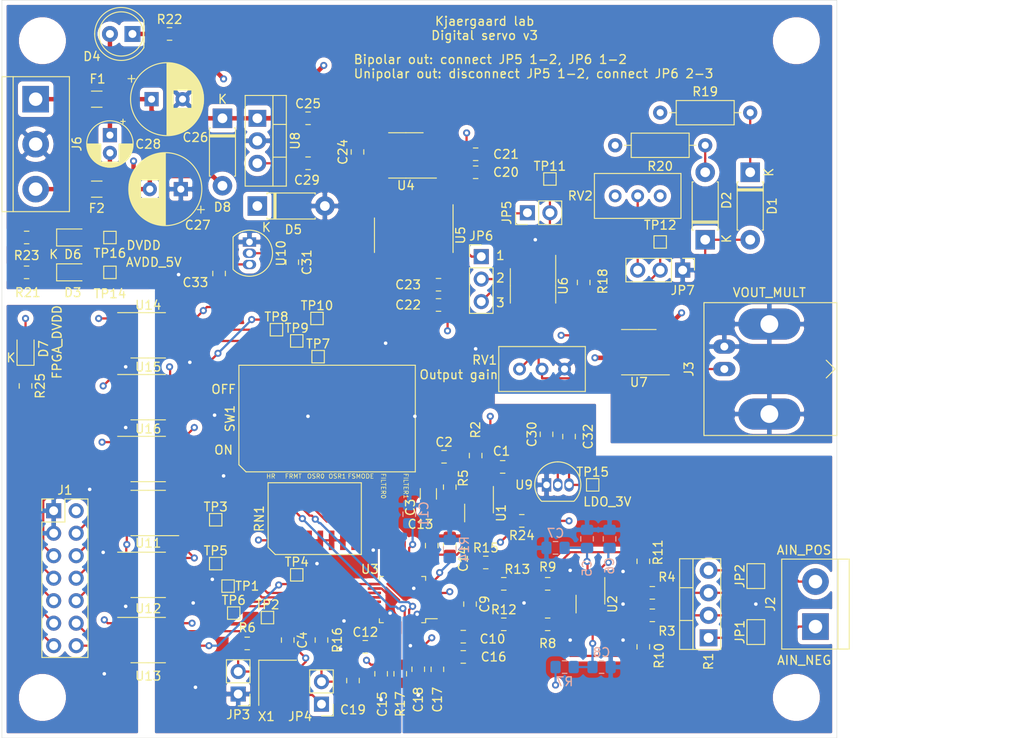
<source format=kicad_pcb>
(kicad_pcb (version 20171130) (host pcbnew "(5.1.4)-1")
  (layers (0 F.Cu signal) (1 In1.Cu power) (2 In2.Cu power) (31 B.Cu signal) (34 B.Paste user) (35 F.Paste user) (36 B.SilkS user) (37 F.SilkS user) (38 B.Mask user) (39 F.Mask user) (44 Edge.Cuts user))
  (net 0 "")
  (net 1 AVDD_5V)
  (net 2 GND)
  (net 3 "Net-(C2-Pad2)")
  (net 4 /ADC_Connections/REF_2.5V)
  (net 5 "Net-(C3-Pad2)")
  (net 6 DVDD)
  (net 7 LDO_3V)
  (net 8 "Net-(C6-Pad2)")
  (net 9 "Net-(C8-Pad2)")
  (net 10 "Net-(C10-Pad1)")
  (net 11 "Net-(C11-Pad1)")
  (net 12 "Net-(C12-Pad1)")
  (net 13 "Net-(C16-Pad1)")
  (net 14 AVDD)
  (net 15 /ADC_Connections/ADC_CLK)
  (net 16 "Net-(C20-Pad2)")
  (net 17 /DAC_Connections/REFF)
  (net 18 +15V)
  (net 19 -15V)
  (net 20 /DAC_Connections/VOUT_MULT)
  (net 21 "Net-(D1-Pad1)")
  (net 22 "Net-(D2-Pad2)")
  (net 23 "Net-(D3-Pad1)")
  (net 24 "Net-(D6-Pad1)")
  (net 25 "Net-(D7-Pad1)")
  (net 26 /FPGA_DVDD)
  (net 27 /FPGA_GND)
  (net 28 /FPGA_ADC_DRDY)
  (net 29 /FPGA_DAC_SWITCH)
  (net 30 /FPGA_ADC_SDOUT)
  (net 31 /FPGA_DAC_LDAC)
  (net 32 /FPGA_ADC_SDIN)
  (net 33 /FPGA_DAC_SYNC)
  (net 34 /FPGA_ADC_SCLK)
  (net 35 /FPGA_DAC_SDIN)
  (net 36 /FPGA_ADC_SYNC)
  (net 37 /FPGA_DAC_SCLK)
  (net 38 /FPGA_ADC_START)
  (net 39 /ADC_Connections/AIN_NEG)
  (net 40 /ADC_Connections/AIN_POS)
  (net 41 /DAC_Connections/VOUT_BUF)
  (net 42 "Net-(JP1-Pad2)")
  (net 43 "Net-(JP2-Pad1)")
  (net 44 "Net-(JP3-Pad2)")
  (net 45 /ADC_Connections/CLK)
  (net 46 "Net-(JP5-Pad1)")
  (net 47 "Net-(JP6-Pad1)")
  (net 48 "Net-(JP6-Pad2)")
  (net 49 "Net-(JP7-Pad3)")
  (net 50 "Net-(JP7-Pad2)")
  (net 51 "Net-(R2-Pad2)")
  (net 52 "Net-(R10-Pad1)")
  (net 53 "Net-(R11-Pad2)")
  (net 54 "Net-(R5-Pad2)")
  (net 55 "Net-(R8-Pad2)")
  (net 56 "Net-(R10-Pad2)")
  (net 57 "Net-(R11-Pad1)")
  (net 58 "Net-(R9-Pad1)")
  (net 59 "Net-(R14-Pad1)")
  (net 60 "Net-(R15-Pad1)")
  (net 61 "Net-(R16-Pad2)")
  (net 62 "Net-(R17-Pad2)")
  (net 63 "Net-(R18-Pad1)")
  (net 64 /ADC_Connections/FORMAT)
  (net 65 /ADC_Connections/HR)
  (net 66 /ADC_Connections/OSR0)
  (net 67 /ADC_Connections/OSR1)
  (net 68 /ADC_Connections/FSMODE)
  (net 69 /ADC_Connections/FILTER0)
  (net 70 /ADC_Connections/FILTER1)
  (net 71 "Net-(RV1-Pad2)")
  (net 72 "Net-(RV1-Pad1)")
  (net 73 /Isolation/ADC_DRDY)
  (net 74 /Isolation/ADC_SYNC)
  (net 75 /Isolation/ADC_SCLK)
  (net 76 /Isolation/ADC_SDIN)
  (net 77 /Isolation/ADC_SDOUT)
  (net 78 /Isolation/ADC_START)
  (net 79 /Isolation/DAC_LDAC)
  (net 80 /Isolation/DAC_SDIN)
  (net 81 /Isolation/DAC_SCLK)
  (net 82 /Isolation/DAC_SYNC)
  (net 83 /Isolation/DAC_SWITCH)
  (net 84 "Net-(U4-Pad8)")
  (net 85 /DAC_Connections/REFS)
  (net 86 "Net-(U4-Pad5)")
  (net 87 /DAC_Connections/GNDS)
  (net 88 "Net-(U5-Pad2)")
  (net 89 "Net-(U5-Pad9)")
  (net 90 "Net-(U16-Pad3)")
  (net 91 "Net-(U16-Pad6)")
  (net 92 /ADC_Connections/AINP)
  (net 93 /ADC_Connections/AINN)
  (net 94 "Net-(RN1-Pad16)")
  (net 95 "Net-(SW1-Pad1)")
  (net 96 "Net-(F1-Pad2)")
  (net 97 "Net-(F2-Pad1)")
  (net 98 "Net-(D4-Pad1)")
  (module Package_SO:SOIC-16_W4.9_P1.27 (layer F.Cu) (at 115.57 111.252 90)
    (fp_text reference RN1 (at 0 -6.26 90) (layer F.SilkS))
    (fp_text value R_Pack08)
    (pad 8 smd rect (at -2.45 4.445) (size 0.63 2.2) (layers F.Cu F.Paste F.Mask) (net 6 DVDD))
    (pad 9 smd rect (at 2.45 4.445) (size 0.63 2.2) (layers F.Cu F.Paste F.Mask) (net 70 /ADC_Connections/FILTER1))
    (pad 7 smd rect (at -2.45 3.175) (size 0.63 2.2) (layers F.Cu F.Paste F.Mask) (net 6 DVDD))
    (pad 10 smd rect (at 2.45 3.175) (size 0.63 2.2) (layers F.Cu F.Paste F.Mask) (net 69 /ADC_Connections/FILTER0))
    (pad 6 smd rect (at -2.45 1.905) (size 0.63 2.2) (layers F.Cu F.Paste F.Mask) (net 6 DVDD))
    (pad 11 smd rect (at 2.45 1.905) (size 0.63 2.2) (layers F.Cu F.Paste F.Mask) (net 68 /ADC_Connections/FSMODE))
    (pad 5 smd rect (at -2.45 0.635) (size 0.63 2.2) (layers F.Cu F.Paste F.Mask) (net 6 DVDD))
    (pad 12 smd rect (at 2.45 0.635) (size 0.63 2.2) (layers F.Cu F.Paste F.Mask) (net 67 /ADC_Connections/OSR1))
    (pad 4 smd rect (at -2.45 -0.635) (size 0.63 2.2) (layers F.Cu F.Paste F.Mask) (net 6 DVDD))
    (pad 13 smd rect (at 2.45 -0.635) (size 0.63 2.2) (layers F.Cu F.Paste F.Mask) (net 66 /ADC_Connections/OSR0))
    (pad 3 smd rect (at -2.45 -1.905) (size 0.63 2.2) (layers F.Cu F.Paste F.Mask) (net 6 DVDD))
    (pad 14 smd rect (at 2.45 -1.905) (size 0.63 2.2) (layers F.Cu F.Paste F.Mask) (net 64 /ADC_Connections/FORMAT))
    (pad 2 smd rect (at -2.45 -3.175) (size 0.63 2.2) (layers F.Cu F.Paste F.Mask) (net 6 DVDD))
    (pad 15 smd rect (at 2.45 -3.175) (size 0.63 2.2) (layers F.Cu F.Paste F.Mask) (net 65 /ADC_Connections/HR))
    (pad 1 smd rect (at -2.45 -4.445) (size 0.63 2.2) (layers F.Cu F.Paste F.Mask) (net 6 DVDD))
    (pad 16 smd rect (at 2.45 -4.445) (size 0.63 2.2) (layers F.Cu F.Paste F.Mask) (net 94 "Net-(RN1-Pad16)"))
  )
  (module Package_SO:SOIC-16_W8.6mm_P2.54mm (layer F.Cu) (at 116.967 99.949)
    (fp_text reference SW1 (at -10.955 0 90) (layer F.SilkS))
    (fp_text value SW_DIP_x08)
    (pad 8 smd rect (at 8.89 4.3) (size 1.13 2.44) (layers F.Cu F.Paste F.Mask) (net 70 /ADC_Connections/FILTER1))
    (pad 9 smd rect (at 8.89 -4.3) (size 1.13 2.44) (layers F.Cu F.Paste F.Mask) (net 2 GND))
    (pad 7 smd rect (at 6.35 4.3) (size 1.13 2.44) (layers F.Cu F.Paste F.Mask) (net 69 /ADC_Connections/FILTER0))
    (pad 10 smd rect (at 6.35 -4.3) (size 1.13 2.44) (layers F.Cu F.Paste F.Mask) (net 2 GND))
    (pad 6 smd rect (at 3.81 4.3) (size 1.13 2.44) (layers F.Cu F.Paste F.Mask) (net 68 /ADC_Connections/FSMODE))
    (pad 11 smd rect (at 3.81 -4.3) (size 1.13 2.44) (layers F.Cu F.Paste F.Mask) (net 2 GND))
    (pad 5 smd rect (at 1.27 4.3) (size 1.13 2.44) (layers F.Cu F.Paste F.Mask) (net 67 /ADC_Connections/OSR1))
    (pad 12 smd rect (at 1.27 -4.3) (size 1.13 2.44) (layers F.Cu F.Paste F.Mask) (net 2 GND))
    (pad 4 smd rect (at -1.27 4.3) (size 1.13 2.44) (layers F.Cu F.Paste F.Mask) (net 66 /ADC_Connections/OSR0))
    (pad 13 smd rect (at -1.27 -4.3) (size 1.13 2.44) (layers F.Cu F.Paste F.Mask) (net 2 GND))
    (pad 3 smd rect (at -3.81 4.3) (size 1.13 2.44) (layers F.Cu F.Paste F.Mask) (net 64 /ADC_Connections/FORMAT))
    (pad 14 smd rect (at -3.81 -4.3) (size 1.13 2.44) (layers F.Cu F.Paste F.Mask) (net 2 GND))
    (pad 2 smd rect (at -6.35 4.3) (size 1.13 2.44) (layers F.Cu F.Paste F.Mask) (net 65 /ADC_Connections/HR))
    (pad 15 smd rect (at -6.35 -4.3) (size 1.13 2.44) (layers F.Cu F.Paste F.Mask) (net 2 GND))
    (pad 1 smd rect (at -8.89 4.3) (size 1.13 2.44) (layers F.Cu F.Paste F.Mask) (net 95 "Net-(SW1-Pad1)"))
    (pad 16 smd rect (at -8.89 -4.3) (size 1.13 2.44) (layers F.Cu F.Paste F.Mask) (net 2 GND))
  )
  (module Diode_THT:D_DO-41_SOD81_P7.62mm_Horizontal (layer F.Cu) (at 105.156 66.04 270)
    (fp_text reference D8 (at 10.033 0 180) (layer F.SilkS))
    (fp_text value D)
    (fp_text user K (at -2.159 0 180) (layer F.SilkS))
    (pad 2 thru_hole oval (at 7.62 0 270) (size 2.2 2.2) (drill 1.1) (layers *.Cu *.Mask) (net 19 -15V))
    (pad 1 thru_hole rect (at 0 0 270) (size 2.2 2.2) (drill 1.1) (layers *.Cu *.Mask) (net 18 +15V))
  )
  (module MountingHole:MountingHole_4.3mm_M4 (layer F.Cu) (at 169.926 131.445)
    (fp_text reference REF** hide)
    (fp_text value MountingHole_4.3mm_M4)
    (pad 1 np_thru_hole circle (at 0 0) (size 4.3 4.3) (drill 4.3) (layers *.Cu *.Mask))
  )
  (module MountingHole:MountingHole_4.3mm_M4 (layer F.Cu) (at 84.836 131.445)
    (fp_text reference REF** hide)
    (fp_text value MountingHole_4.3mm_M4)
    (pad 1 np_thru_hole circle (at 0 0) (size 4.3 4.3) (drill 4.3) (layers *.Cu *.Mask))
  )
  (module MountingHole:MountingHole_4.3mm_M4 (layer F.Cu) (at 169.926 57.277)
    (fp_text reference REF** hide)
    (fp_text value MountingHole_4.3mm_M4)
    (pad 1 np_thru_hole circle (at 0 0) (size 4.3 4.3) (drill 4.3) (layers *.Cu *.Mask))
  )
  (module MountingHole:MountingHole_4.3mm_M4 (layer F.Cu) (at 84.836 57.277)
    (fp_text reference REF** hide)
    (fp_text value MountingHole_4.3mm_M4)
    (pad 1 np_thru_hole circle (at 0 0) (size 4.3 4.3) (drill 4.3) (layers *.Cu *.Mask))
  )
  (module TestPoint:TestPoint_Pad_1.0x1.0mm (layer F.Cu) (at 142.113 72.898)
    (fp_text reference TP11 (at 0 -1.448) (layer F.SilkS))
    (fp_text value VOUT_BUF)
    (pad 1 smd rect (at 0 0) (size 1 1) (layers F.Cu F.Mask) (net 41 /DAC_Connections/VOUT_BUF))
  )
  (module TestPoint:TestPoint_Pad_1.0x1.0mm (layer F.Cu) (at 115.824 88.646)
    (fp_text reference TP10 (at 0 -1.448) (layer F.SilkS))
    (fp_text value DAC_SYNC)
    (pad 1 smd rect (at 0 0) (size 1 1) (layers F.Cu F.Mask) (net 82 /Isolation/DAC_SYNC))
  )
  (module TestPoint:TestPoint_Pad_1.0x1.0mm (layer F.Cu) (at 113.538 91.186)
    (fp_text reference TP9 (at 0 -1.448) (layer F.SilkS))
    (fp_text value DAC_SDIN)
    (pad 1 smd rect (at 0 0) (size 1 1) (layers F.Cu F.Mask) (net 80 /Isolation/DAC_SDIN))
  )
  (module TestPoint:TestPoint_Pad_1.0x1.0mm (layer F.Cu) (at 111.252 89.916)
    (fp_text reference TP8 (at 0 -1.448) (layer F.SilkS))
    (fp_text value DAC_SCLK)
    (pad 1 smd rect (at 0 0) (size 1 1) (layers F.Cu F.Mask) (net 81 /Isolation/DAC_SCLK))
  )
  (module TestPoint:TestPoint_Pad_1.0x1.0mm (layer F.Cu) (at 115.951 92.964)
    (fp_text reference TP7 (at 0 -1.448) (layer F.SilkS))
    (fp_text value DAC_LDAC)
    (pad 1 smd rect (at 0 0) (size 1 1) (layers F.Cu F.Mask) (net 79 /Isolation/DAC_LDAC))
  )
  (module TestPoint:TestPoint_Pad_1.0x1.0mm (layer F.Cu) (at 106.426 121.92)
    (fp_text reference TP6 (at 0 -1.448) (layer F.SilkS))
    (fp_text value ADC_SCLK)
    (pad 1 smd rect (at 0 0) (size 1 1) (layers F.Cu F.Mask) (net 75 /Isolation/ADC_SCLK))
  )
  (module TestPoint:TestPoint_Pad_1.0x1.0mm (layer F.Cu) (at 104.394 116.332)
    (fp_text reference TP5 (at 0 -1.448) (layer F.SilkS))
    (fp_text value ADC_SDOUT)
    (pad 1 smd rect (at 0 0) (size 1 1) (layers F.Cu F.Mask) (net 77 /Isolation/ADC_SDOUT))
  )
  (module TestPoint:TestPoint_Pad_1.0x1.0mm (layer F.Cu) (at 113.538 117.602)
    (fp_text reference TP4 (at 0 -1.448) (layer F.SilkS))
    (fp_text value ADC_START)
    (pad 1 smd rect (at 0 0) (size 1 1) (layers F.Cu F.Mask) (net 78 /Isolation/ADC_START))
  )
  (module TestPoint:TestPoint_Pad_1.0x1.0mm (layer F.Cu) (at 104.394 111.379)
    (fp_text reference TP3 (at 0 -1.448) (layer F.SilkS))
    (fp_text value ADC_DRDY)
    (pad 1 smd rect (at 0 0) (size 1 1) (layers F.Cu F.Mask) (net 73 /Isolation/ADC_DRDY))
  )
  (module TestPoint:TestPoint_Pad_1.0x1.0mm (layer F.Cu) (at 110.236 122.428)
    (fp_text reference TP2 (at 0 -1.448) (layer F.SilkS))
    (fp_text value ADC_SYNC)
    (pad 1 smd rect (at 0 0) (size 1 1) (layers F.Cu F.Mask) (net 74 /Isolation/ADC_SYNC))
  )
  (module TestPoint:TestPoint_Pad_1.0x1.0mm (layer F.Cu) (at 105.791 118.872)
    (fp_text reference TP1 (at 2.159 0) (layer F.SilkS))
    (fp_text value ADC_SDIN)
    (pad 1 smd rect (at 0 0) (size 1 1) (layers F.Cu F.Mask) (net 76 /Isolation/ADC_SDIN))
  )
  (module Fuse:Fuse_1206_3216Metric_Pad1.42x1.75mm_HandSolder (layer F.Cu) (at 90.9685 74.041)
    (fp_text reference F2 (at 0 2.159) (layer F.SilkS))
    (fp_text value Polyfuse)
    (pad 2 smd roundrect (at 1.4875 0) (size 1.425 1.75) (layers F.Cu F.Paste F.Mask) (roundrect_rratio 0.175439) (net 19 -15V))
    (pad 1 smd roundrect (at -1.4875 0) (size 1.425 1.75) (layers F.Cu F.Paste F.Mask) (roundrect_rratio 0.175439) (net 97 "Net-(F2-Pad1)"))
  )
  (module Fuse:Fuse_1206_3216Metric_Pad1.42x1.75mm_HandSolder (layer F.Cu) (at 90.9685 63.881 180)
    (fp_text reference F1 (at -0.0905 2.286) (layer F.SilkS))
    (fp_text value Polyfuse)
    (pad 2 smd roundrect (at 1.4875 0 180) (size 1.425 1.75) (layers F.Cu F.Paste F.Mask) (roundrect_rratio 0.175439) (net 96 "Net-(F1-Pad2)"))
    (pad 1 smd roundrect (at -1.4875 0 180) (size 1.425 1.75) (layers F.Cu F.Paste F.Mask) (roundrect_rratio 0.175439) (net 18 +15V))
  )
  (module Connector_PinHeader_2.54mm:PinHeader_1x02_P2.54mm_Vertical (layer F.Cu) (at 116.332 132.207 180)
    (fp_text reference JP4 (at 2.413 -1.397) (layer F.SilkS))
    (fp_text value Jumper)
    (pad 2 thru_hole oval (at 0 2.54 180) (size 1.7 1.7) (drill 1) (layers *.Cu *.Mask) (net 15 /ADC_Connections/ADC_CLK))
    (pad 1 thru_hole rect (at 0 0 180) (size 1.7 1.7) (drill 1) (layers *.Cu *.Mask) (net 45 /ADC_Connections/CLK))
  )
  (module Capacitor_THT:CP_Radial_D5.0mm_P2.00mm (layer F.Cu) (at 92.456 67.945 270)
    (fp_text reference C28 (at 1.016 -4.318 180) (layer F.SilkS))
    (fp_text value 22u)
    (pad 1 thru_hole rect (at 0 0 270) (size 1.6 1.6) (drill 0.8) (layers *.Cu *.Mask) (net 18 +15V))
    (pad 2 thru_hole circle (at 2 0 270) (size 1.6 1.6) (drill 0.8) (layers *.Cu *.Mask) (net 19 -15V))
  )
  (module Resistor_SMD:R_0805_2012Metric_Pad1.15x1.40mm_HandSolder (layer F.Cu) (at 99.187 56.515)
    (fp_text reference R22 (at 0 -1.65) (layer F.SilkS))
    (fp_text value 12k)
    (pad 2 smd roundrect (at 1.025 0) (size 1.15 1.4) (layers F.Cu F.Paste F.Mask) (roundrect_rratio 0.217391) (net 19 -15V))
    (pad 1 smd roundrect (at -1.025 0) (size 1.15 1.4) (layers F.Cu F.Paste F.Mask) (roundrect_rratio 0.217391) (net 98 "Net-(D4-Pad1)"))
  )
  (module LED_THT:LED_D5.0mm (layer F.Cu) (at 94.996 56.515 180)
    (fp_text reference D4 (at 4.572 -2.54) (layer F.SilkS))
    (fp_text value LED)
    (pad 2 thru_hole circle (at 2.54 0 180) (size 1.8 1.8) (drill 0.9) (layers *.Cu *.Mask) (net 18 +15V))
    (pad 1 thru_hole rect (at 0 0 180) (size 1.8 1.8) (drill 0.9) (layers *.Cu *.Mask) (net 98 "Net-(D4-Pad1)"))
  )
  (module Package_QFP:LQFP-32_5x5mm_P0.5mm (layer F.Cu) (at 125.476 120.396 180)
    (fp_text reference U3 (at 3.683 3.429) (layer F.SilkS))
    (fp_text value ADS127L01)
    (pad 1 smd roundrect (at -3.175 -1.75 180) (size 1.5 0.3) (layers F.Cu F.Paste F.Mask) (net 13 "Net-(C16-Pad1)"))
    (pad 2 smd roundrect (at -3.175 -1.25 180) (size 1.5 0.3) (layers F.Cu F.Paste F.Mask) (net 10 "Net-(C10-Pad1)"))
    (pad 3 smd roundrect (at -3.175 -0.75 180) (size 1.5 0.3) (layers F.Cu F.Paste F.Mask) (net 93 /ADC_Connections/AINN))
    (pad 4 smd roundrect (at -3.175 -0.25 180) (size 1.5 0.3) (layers F.Cu F.Paste F.Mask) (net 92 /ADC_Connections/AINP))
    (pad 5 smd roundrect (at -3.175 0.25 180) (size 1.5 0.3) (layers F.Cu F.Paste F.Mask) (net 2 GND))
    (pad 6 smd roundrect (at -3.175 0.75 180) (size 1.5 0.3) (layers F.Cu F.Paste F.Mask) (net 14 AVDD))
    (pad 7 smd roundrect (at -3.175 1.25 180) (size 1.5 0.3) (layers F.Cu F.Paste F.Mask) (net 60 "Net-(R15-Pad1)"))
    (pad 8 smd roundrect (at -3.175 1.75 180) (size 1.5 0.3) (layers F.Cu F.Paste F.Mask) (net 59 "Net-(R14-Pad1)"))
    (pad 9 smd roundrect (at -1.75 3.175 180) (size 0.3 1.5) (layers F.Cu F.Paste F.Mask) (net 4 /ADC_Connections/REF_2.5V))
    (pad 10 smd roundrect (at -1.25 3.175 180) (size 0.3 1.5) (layers F.Cu F.Paste F.Mask) (net 2 GND))
    (pad 11 smd roundrect (at -0.75 3.175 180) (size 0.3 1.5) (layers F.Cu F.Paste F.Mask) (net 11 "Net-(C11-Pad1)"))
    (pad 12 smd roundrect (at -0.25 3.175 180) (size 0.3 1.5) (layers F.Cu F.Paste F.Mask) (net 70 /ADC_Connections/FILTER1))
    (pad 13 smd roundrect (at 0.25 3.175 180) (size 0.3 1.5) (layers F.Cu F.Paste F.Mask) (net 69 /ADC_Connections/FILTER0))
    (pad 14 smd roundrect (at 0.75 3.175 180) (size 0.3 1.5) (layers F.Cu F.Paste F.Mask) (net 68 /ADC_Connections/FSMODE))
    (pad 15 smd roundrect (at 1.25 3.175 180) (size 0.3 1.5) (layers F.Cu F.Paste F.Mask) (net 67 /ADC_Connections/OSR1))
    (pad 16 smd roundrect (at 1.75 3.175 180) (size 0.3 1.5) (layers F.Cu F.Paste F.Mask) (net 66 /ADC_Connections/OSR0))
    (pad 17 smd roundrect (at 3.175 1.75 180) (size 1.5 0.3) (layers F.Cu F.Paste F.Mask) (net 78 /Isolation/ADC_START))
    (pad 18 smd roundrect (at 3.175 1.25 180) (size 1.5 0.3) (layers F.Cu F.Paste F.Mask) (net 2 GND))
    (pad 19 smd roundrect (at 3.175 0.75 180) (size 1.5 0.3) (layers F.Cu F.Paste F.Mask) (net 73 /Isolation/ADC_DRDY))
    (pad 20 smd roundrect (at 3.175 0.25 180) (size 1.5 0.3) (layers F.Cu F.Paste F.Mask) (net 77 /Isolation/ADC_SDOUT))
    (pad 21 smd roundrect (at 3.175 -0.25 180) (size 1.5 0.3) (layers F.Cu F.Paste F.Mask) (net 76 /Isolation/ADC_SDIN))
    (pad 22 smd roundrect (at 3.175 -0.75 180) (size 1.5 0.3) (layers F.Cu F.Paste F.Mask) (net 75 /Isolation/ADC_SCLK))
    (pad 23 smd roundrect (at 3.175 -1.25 180) (size 1.5 0.3) (layers F.Cu F.Paste F.Mask) (net 74 /Isolation/ADC_SYNC))
    (pad 24 smd roundrect (at 3.175 -1.75 180) (size 1.5 0.3) (layers F.Cu F.Paste F.Mask) (net 61 "Net-(R16-Pad2)"))
    (pad 25 smd roundrect (at 1.75 -3.175 180) (size 0.3 1.5) (layers F.Cu F.Paste F.Mask) (net 12 "Net-(C12-Pad1)"))
    (pad 26 smd roundrect (at 1.25 -3.175 180) (size 0.3 1.5) (layers F.Cu F.Paste F.Mask) (net 2 GND))
    (pad 27 smd roundrect (at 0.75 -3.175 180) (size 0.3 1.5) (layers F.Cu F.Paste F.Mask) (net 6 DVDD))
    (pad 28 smd roundrect (at 0.25 -3.175 180) (size 0.3 1.5) (layers F.Cu F.Paste F.Mask) (net 62 "Net-(R17-Pad2)"))
    (pad 29 smd roundrect (at -0.25 -3.175 180) (size 0.3 1.5) (layers F.Cu F.Paste F.Mask) (net 65 /ADC_Connections/HR))
    (pad 30 smd roundrect (at -0.75 -3.175 180) (size 0.3 1.5) (layers F.Cu F.Paste F.Mask) (net 64 /ADC_Connections/FORMAT))
    (pad 31 smd roundrect (at -1.25 -3.175 180) (size 0.3 1.5) (layers F.Cu F.Paste F.Mask) (net 2 GND))
    (pad 32 smd roundrect (at -1.75 -3.175 180) (size 0.3 1.5) (layers F.Cu F.Paste F.Mask) (net 14 AVDD))
  )
  (module Resistor_SMD:R_0805_2012Metric_Pad1.15x1.40mm_HandSolder (layer F.Cu) (at 138.938 111.506 180)
    (fp_text reference R24 (at 0 -1.65) (layer F.SilkS))
    (fp_text value 1)
    (pad 2 smd roundrect (at 1.025 0 180) (size 1.15 1.4) (layers F.Cu F.Paste F.Mask) (roundrect_rratio 0.217391) (net 14 AVDD))
    (pad 1 smd roundrect (at -1.025 0 180) (size 1.15 1.4) (layers F.Cu F.Paste F.Mask) (roundrect_rratio 0.217391) (net 7 LDO_3V))
  )
  (module Resistor_SMD:R_0805_2012Metric_Pad1.15x1.40mm_HandSolder (layer F.Cu) (at 134.874 116.205)
    (fp_text reference R15 (at 0 -1.65) (layer F.SilkS))
    (fp_text value 60.4k)
    (pad 2 smd roundrect (at 1.025 0) (size 1.15 1.4) (layers F.Cu F.Paste F.Mask) (roundrect_rratio 0.217391) (net 2 GND))
    (pad 1 smd roundrect (at -1.025 0) (size 1.15 1.4) (layers F.Cu F.Paste F.Mask) (roundrect_rratio 0.217391) (net 60 "Net-(R15-Pad1)"))
  )
  (module Package_TO_SOT_THT:TO-220-4_Vertical (layer F.Cu) (at 160.02 124.714 90)
    (fp_text reference R1 (at -2.667 0 90) (layer F.SilkS))
    (fp_text value Sense)
    (pad 4 thru_hole oval (at 7.62 0 90) (size 1.905 2) (drill 1.1) (layers *.Cu *.Mask) (net 40 /ADC_Connections/AIN_POS))
    (pad 3 thru_hole oval (at 5.08 0 90) (size 1.905 2) (drill 1.1) (layers *.Cu *.Mask) (net 43 "Net-(JP2-Pad1)"))
    (pad 2 thru_hole oval (at 2.54 0 90) (size 1.905 2) (drill 1.1) (layers *.Cu *.Mask) (net 42 "Net-(JP1-Pad2)"))
    (pad 1 thru_hole rect (at 0 0 90) (size 1.905 2) (drill 1.1) (layers *.Cu *.Mask) (net 39 /ADC_Connections/AIN_NEG))
  )
  (module LED_SMD:LED_0805_2012Metric_Pad1.15x1.40mm_HandSolder (layer F.Cu) (at 82.931 92.075 90)
    (fp_text reference D7 (at 0 2.032 90) (layer F.SilkS))
    (fp_text value LED)
    (pad 2 smd roundrect (at 1.025 0 90) (size 1.15 1.4) (layers F.Cu F.Paste F.Mask) (roundrect_rratio 0.217391) (net 26 /FPGA_DVDD))
    (pad 1 smd roundrect (at -1.025 0 90) (size 1.15 1.4) (layers F.Cu F.Paste F.Mask) (roundrect_rratio 0.217391) (net 25 "Net-(D7-Pad1)"))
  )
  (module LED_SMD:LED_0805_2012Metric_Pad1.15x1.40mm_HandSolder (layer F.Cu) (at 88.3015 79.502)
    (fp_text reference D6 (at -0.0365 1.905) (layer F.SilkS))
    (fp_text value LED)
    (pad 2 smd roundrect (at 1.025 0) (size 1.15 1.4) (layers F.Cu F.Paste F.Mask) (roundrect_rratio 0.217391) (net 6 DVDD))
    (pad 1 smd roundrect (at -1.025 0) (size 1.15 1.4) (layers F.Cu F.Paste F.Mask) (roundrect_rratio 0.217391) (net 24 "Net-(D6-Pad1)"))
  )
  (module LED_SMD:LED_0805_2012Metric_Pad1.15x1.40mm_HandSolder (layer F.Cu) (at 88.3015 83.439)
    (fp_text reference D3 (at -0.0365 2.286) (layer F.SilkS))
    (fp_text value LED)
    (pad 2 smd roundrect (at 1.025 0) (size 1.15 1.4) (layers F.Cu F.Paste F.Mask) (roundrect_rratio 0.217391) (net 1 AVDD_5V))
    (pad 1 smd roundrect (at -1.025 0) (size 1.15 1.4) (layers F.Cu F.Paste F.Mask) (roundrect_rratio 0.217391) (net 23 "Net-(D3-Pad1)"))
  )
  (module TestPoint:TestPoint_Pad_1.0x1.0mm (layer F.Cu) (at 92.456 79.502)
    (fp_text reference TP16 (at 0 1.778) (layer F.SilkS))
    (fp_text value TestPoint)
    (pad 1 smd rect (at 0 0) (size 1 1) (layers F.Cu F.Mask) (net 6 DVDD))
  )
  (module TestPoint:TestPoint_Pad_1.0x1.0mm (layer F.Cu) (at 146.939 107.442)
    (fp_text reference TP15 (at 0 -1.448) (layer F.SilkS))
    (fp_text value TestPoint)
    (pad 1 smd rect (at 0 0) (size 1 1) (layers F.Cu F.Mask) (net 7 LDO_3V))
  )
  (module TestPoint:TestPoint_Pad_1.0x1.0mm (layer F.Cu) (at 92.456 83.439)
    (fp_text reference TP14 (at 0 2.413) (layer F.SilkS))
    (fp_text value TestPoint)
    (pad 1 smd rect (at 0 0) (size 1 1) (layers F.Cu F.Mask) (net 1 AVDD_5V))
  )
  (module TestPoint:TestPoint_Pad_1.0x1.0mm (layer F.Cu) (at 154.559 80.01 270)
    (fp_text reference TP12 (at -1.905 0 180) (layer F.SilkS))
    (fp_text value TestPoint)
    (pad 1 smd rect (at 0 0 270) (size 1 1) (layers F.Cu F.Mask) (net 50 "Net-(JP7-Pad2)"))
  )
  (module Capacitor_SMD:C_0805_2012Metric_Pad1.15x1.40mm_HandSolder (layer F.Cu) (at 136.779 105.41 180)
    (fp_text reference C1 (at 0.127 1.778) (layer F.SilkS))
    (fp_text value 10u)
    (pad 2 smd roundrect (at 1.025 0 180) (size 1.15 1.4) (layers F.Cu F.Paste F.Mask) (roundrect_rratio 0.217391) (net 1 AVDD_5V))
    (pad 1 smd roundrect (at -1.025 0 180) (size 1.15 1.4) (layers F.Cu F.Paste F.Mask) (roundrect_rratio 0.217391) (net 2 GND))
  )
  (module Capacitor_SMD:C_0805_2012Metric_Pad1.15x1.40mm_HandSolder (layer F.Cu) (at 130.166 104.267)
    (fp_text reference C2 (at 0 -1.65) (layer F.SilkS))
    (fp_text value 1u)
    (pad 2 smd roundrect (at 1.025 0) (size 1.15 1.4) (layers F.Cu F.Paste F.Mask) (roundrect_rratio 0.217391) (net 3 "Net-(C2-Pad2)"))
    (pad 1 smd roundrect (at -1.025 0) (size 1.15 1.4) (layers F.Cu F.Paste F.Mask) (roundrect_rratio 0.217391) (net 2 GND))
  )
  (module Capacitor_SMD:C_1206_3216Metric_Pad1.42x1.75mm_HandSolder (layer F.Cu) (at 128.397 108.458 90)
    (fp_text reference C3 (at -1.524 -2.032 90) (layer F.SilkS))
    (fp_text value 22u)
    (pad 1 smd roundrect (at -1.4875 0 90) (size 1.425 1.75) (layers F.Cu F.Paste F.Mask) (roundrect_rratio 0.175439) (net 4 /ADC_Connections/REF_2.5V))
    (pad 2 smd roundrect (at 1.4875 0 90) (size 1.425 1.75) (layers F.Cu F.Paste F.Mask) (roundrect_rratio 0.175439) (net 5 "Net-(C3-Pad2)"))
  )
  (module Capacitor_SMD:C_0805_2012Metric_Pad1.15x1.40mm_HandSolder (layer F.Cu) (at 112.522 124.968 270)
    (fp_text reference C4 (at 0 -1.65 90) (layer F.SilkS))
    (fp_text value 0.1u)
    (pad 1 smd roundrect (at -1.025 0 270) (size 1.15 1.4) (layers F.Cu F.Paste F.Mask) (roundrect_rratio 0.217391) (net 2 GND))
    (pad 2 smd roundrect (at 1.025 0 270) (size 1.15 1.4) (layers F.Cu F.Paste F.Mask) (roundrect_rratio 0.217391) (net 6 DVDD))
  )
  (module Capacitor_SMD:C_0805_2012Metric_Pad1.15x1.40mm_HandSolder (layer B.Cu) (at 146.304 113.538 270)
    (fp_text reference C5 (at 3.302 0 270) (layer B.SilkS) (effects (justify mirror)))
    (fp_text value 10u)
    (pad 1 smd roundrect (at -1.025 0 270) (size 1.15 1.4) (layers B.Cu B.Paste B.Mask) (roundrect_rratio 0.217391) (net 2 GND))
    (pad 2 smd roundrect (at 1.025 0 270) (size 1.15 1.4) (layers B.Cu B.Paste B.Mask) (roundrect_rratio 0.217391) (net 7 LDO_3V))
  )
  (module Capacitor_SMD:C_0805_2012Metric_Pad1.15x1.40mm_HandSolder (layer B.Cu) (at 148.844 113.538 270)
    (fp_text reference C6 (at 3.048 0 270) (layer B.SilkS) (effects (justify mirror)))
    (fp_text value 0.22u)
    (pad 1 smd roundrect (at -1.025 0 270) (size 1.15 1.4) (layers B.Cu B.Paste B.Mask) (roundrect_rratio 0.217391) (net 2 GND))
    (pad 2 smd roundrect (at 1.025 0 270) (size 1.15 1.4) (layers B.Cu B.Paste B.Mask) (roundrect_rratio 0.217391) (net 8 "Net-(C6-Pad2)"))
  )
  (module Capacitor_SMD:C_0805_2012Metric_Pad1.15x1.40mm_HandSolder (layer B.Cu) (at 142.748 114.554 180)
    (fp_text reference C7 (at 0 1.65 180) (layer B.SilkS) (effects (justify mirror)))
    (fp_text value 0.1u)
    (pad 2 smd roundrect (at 1.025 0 180) (size 1.15 1.4) (layers B.Cu B.Paste B.Mask) (roundrect_rratio 0.217391) (net 2 GND))
    (pad 1 smd roundrect (at -1.025 0 180) (size 1.15 1.4) (layers B.Cu B.Paste B.Mask) (roundrect_rratio 0.217391) (net 7 LDO_3V))
  )
  (module Capacitor_SMD:C_0805_2012Metric_Pad1.15x1.40mm_HandSolder (layer B.Cu) (at 147.946 128.016 180)
    (fp_text reference C8 (at 0 1.65 180) (layer B.SilkS) (effects (justify mirror)))
    (fp_text value 0.22u)
    (pad 1 smd roundrect (at -1.025 0 180) (size 1.15 1.4) (layers B.Cu B.Paste B.Mask) (roundrect_rratio 0.217391) (net 2 GND))
    (pad 2 smd roundrect (at 1.025 0 180) (size 1.15 1.4) (layers B.Cu B.Paste B.Mask) (roundrect_rratio 0.217391) (net 9 "Net-(C8-Pad2)"))
  )
  (module Capacitor_SMD:C_0805_2012Metric_Pad1.15x1.40mm_HandSolder (layer F.Cu) (at 133.096 120.904 270)
    (fp_text reference C9 (at 0 -1.65 90) (layer F.SilkS))
    (fp_text value 0.022u)
    (pad 1 smd roundrect (at -1.025 0 270) (size 1.15 1.4) (layers F.Cu F.Paste F.Mask) (roundrect_rratio 0.217391) (net 92 /ADC_Connections/AINP))
    (pad 2 smd roundrect (at 1.025 0 270) (size 1.15 1.4) (layers F.Cu F.Paste F.Mask) (roundrect_rratio 0.217391) (net 93 /ADC_Connections/AINN))
  )
  (module Capacitor_SMD:C_0805_2012Metric_Pad1.15x1.40mm_HandSolder (layer F.Cu) (at 132.334 124.587)
    (fp_text reference C10 (at 3.302 0.254) (layer F.SilkS))
    (fp_text value 1u)
    (pad 2 smd roundrect (at 1.025 0) (size 1.15 1.4) (layers F.Cu F.Paste F.Mask) (roundrect_rratio 0.217391) (net 2 GND))
    (pad 1 smd roundrect (at -1.025 0) (size 1.15 1.4) (layers F.Cu F.Paste F.Mask) (roundrect_rratio 0.217391) (net 10 "Net-(C10-Pad1)"))
  )
  (module Capacitor_SMD:C_0805_2012Metric_Pad1.15x1.40mm_HandSolder (layer B.Cu) (at 126.238 110.753 90)
    (fp_text reference C11 (at 0 1.65 270) (layer B.SilkS) (effects (justify mirror)))
    (fp_text value 1u)
    (pad 1 smd roundrect (at -1.025 0 90) (size 1.15 1.4) (layers B.Cu B.Paste B.Mask) (roundrect_rratio 0.217391) (net 11 "Net-(C11-Pad1)"))
    (pad 2 smd roundrect (at 1.025 0 90) (size 1.15 1.4) (layers B.Cu B.Paste B.Mask) (roundrect_rratio 0.217391) (net 2 GND))
  )
  (module Capacitor_SMD:C_0805_2012Metric_Pad1.15x1.40mm_HandSolder (layer F.Cu) (at 121.276 125.73 180)
    (fp_text reference C12 (at -0.009 1.651) (layer F.SilkS))
    (fp_text value 1u)
    (pad 2 smd roundrect (at 1.025 0 180) (size 1.15 1.4) (layers F.Cu F.Paste F.Mask) (roundrect_rratio 0.217391) (net 2 GND))
    (pad 1 smd roundrect (at -1.025 0 180) (size 1.15 1.4) (layers F.Cu F.Paste F.Mask) (roundrect_rratio 0.217391) (net 12 "Net-(C12-Pad1)"))
  )
  (module Capacitor_SMD:C_0805_2012Metric_Pad1.15x1.40mm_HandSolder (layer F.Cu) (at 128.778 114.3 270)
    (fp_text reference C13 (at -2.413 1.27 180) (layer F.SilkS))
    (fp_text value 0.1u)
    (pad 2 smd roundrect (at 1.025 0 270) (size 1.15 1.4) (layers F.Cu F.Paste F.Mask) (roundrect_rratio 0.217391) (net 4 /ADC_Connections/REF_2.5V))
    (pad 1 smd roundrect (at -1.025 0 270) (size 1.15 1.4) (layers F.Cu F.Paste F.Mask) (roundrect_rratio 0.217391) (net 2 GND))
  )
  (module Capacitor_SMD:C_0805_2012Metric_Pad1.15x1.40mm_HandSolder (layer F.Cu) (at 130.81 114.309 270)
    (fp_text reference C14 (at 1.515 -1.524 270) (layer F.SilkS))
    (fp_text value 1u)
    (pad 1 smd roundrect (at -1.025 0 270) (size 1.15 1.4) (layers F.Cu F.Paste F.Mask) (roundrect_rratio 0.217391) (net 2 GND))
    (pad 2 smd roundrect (at 1.025 0 270) (size 1.15 1.4) (layers F.Cu F.Paste F.Mask) (roundrect_rratio 0.217391) (net 4 /ADC_Connections/REF_2.5V))
  )
  (module Capacitor_SMD:C_0805_2012Metric_Pad1.15x1.40mm_HandSolder (layer F.Cu) (at 123.063 128.778 90)
    (fp_text reference C15 (at -3.429 0.127 90) (layer F.SilkS))
    (fp_text value 1u)
    (pad 1 smd roundrect (at -1.025 0 90) (size 1.15 1.4) (layers F.Cu F.Paste F.Mask) (roundrect_rratio 0.217391) (net 2 GND))
    (pad 2 smd roundrect (at 1.025 0 90) (size 1.15 1.4) (layers F.Cu F.Paste F.Mask) (roundrect_rratio 0.217391) (net 6 DVDD))
  )
  (module Capacitor_SMD:C_0805_2012Metric_Pad1.15x1.40mm_HandSolder (layer F.Cu) (at 132.334 126.873)
    (fp_text reference C16 (at 3.429 0) (layer F.SilkS))
    (fp_text value 1u)
    (pad 1 smd roundrect (at -1.025 0) (size 1.15 1.4) (layers F.Cu F.Paste F.Mask) (roundrect_rratio 0.217391) (net 13 "Net-(C16-Pad1)"))
    (pad 2 smd roundrect (at 1.025 0) (size 1.15 1.4) (layers F.Cu F.Paste F.Mask) (roundrect_rratio 0.217391) (net 2 GND))
  )
  (module Capacitor_SMD:C_0805_2012Metric_Pad1.15x1.40mm_HandSolder (layer F.Cu) (at 129.413 128.27 270)
    (fp_text reference C17 (at 3.429 0 90) (layer F.SilkS))
    (fp_text value 1u)
    (pad 1 smd roundrect (at -1.025 0 270) (size 1.15 1.4) (layers F.Cu F.Paste F.Mask) (roundrect_rratio 0.217391) (net 14 AVDD))
    (pad 2 smd roundrect (at 1.025 0 270) (size 1.15 1.4) (layers F.Cu F.Paste F.Mask) (roundrect_rratio 0.217391) (net 2 GND))
  )
  (module Capacitor_SMD:C_0805_2012Metric_Pad1.15x1.40mm_HandSolder (layer F.Cu) (at 127.254 128.261 270)
    (fp_text reference C18 (at 3.438 0 90) (layer F.SilkS))
    (fp_text value 1u)
    (pad 2 smd roundrect (at 1.025 0 270) (size 1.15 1.4) (layers F.Cu F.Paste F.Mask) (roundrect_rratio 0.217391) (net 2 GND))
    (pad 1 smd roundrect (at -1.025 0 270) (size 1.15 1.4) (layers F.Cu F.Paste F.Mask) (roundrect_rratio 0.217391) (net 14 AVDD))
  )
  (module Capacitor_SMD:C_0805_2012Metric_Pad1.15x1.40mm_HandSolder (layer F.Cu) (at 119.888 129.54 270)
    (fp_text reference C19 (at 3.302 0 180) (layer F.SilkS))
    (fp_text value 10p)
    (pad 1 smd roundrect (at -1.025 0 270) (size 1.15 1.4) (layers F.Cu F.Paste F.Mask) (roundrect_rratio 0.217391) (net 15 /ADC_Connections/ADC_CLK))
    (pad 2 smd roundrect (at 1.025 0 270) (size 1.15 1.4) (layers F.Cu F.Paste F.Mask) (roundrect_rratio 0.217391) (net 2 GND))
  )
  (module Capacitor_SMD:C_0805_2012Metric_Pad1.15x1.40mm_HandSolder (layer F.Cu) (at 133.731 72.136 180)
    (fp_text reference C20 (at -3.429 0) (layer F.SilkS))
    (fp_text value 0.1u)
    (pad 2 smd roundrect (at 1.025 0 180) (size 1.15 1.4) (layers F.Cu F.Paste F.Mask) (roundrect_rratio 0.217391) (net 16 "Net-(C20-Pad2)"))
    (pad 1 smd roundrect (at -1.025 0 180) (size 1.15 1.4) (layers F.Cu F.Paste F.Mask) (roundrect_rratio 0.217391) (net 2 GND))
  )
  (module Capacitor_SMD:C_0805_2012Metric_Pad1.15x1.40mm_HandSolder (layer F.Cu) (at 133.731 70.104)
    (fp_text reference C21 (at 3.429 0) (layer F.SilkS))
    (fp_text value 0.1u)
    (pad 1 smd roundrect (at -1.025 0) (size 1.15 1.4) (layers F.Cu F.Paste F.Mask) (roundrect_rratio 0.217391) (net 1 AVDD_5V))
    (pad 2 smd roundrect (at 1.025 0) (size 1.15 1.4) (layers F.Cu F.Paste F.Mask) (roundrect_rratio 0.217391) (net 2 GND))
  )
  (module Capacitor_SMD:C_0805_2012Metric_Pad1.15x1.40mm_HandSolder (layer F.Cu) (at 129.54 87.122)
    (fp_text reference C22 (at -3.429 0) (layer F.SilkS))
    (fp_text value 10u)
    (pad 2 smd roundrect (at 1.025 0) (size 1.15 1.4) (layers F.Cu F.Paste F.Mask) (roundrect_rratio 0.217391) (net 1 AVDD_5V))
    (pad 1 smd roundrect (at -1.025 0) (size 1.15 1.4) (layers F.Cu F.Paste F.Mask) (roundrect_rratio 0.217391) (net 2 GND))
  )
  (module Capacitor_SMD:C_0805_2012Metric_Pad1.15x1.40mm_HandSolder (layer F.Cu) (at 129.54 84.836 180)
    (fp_text reference C23 (at 3.429 0) (layer F.SilkS))
    (fp_text value 0.1u)
    (pad 1 smd roundrect (at -1.025 0 180) (size 1.15 1.4) (layers F.Cu F.Paste F.Mask) (roundrect_rratio 0.217391) (net 1 AVDD_5V))
    (pad 2 smd roundrect (at 1.025 0 180) (size 1.15 1.4) (layers F.Cu F.Paste F.Mask) (roundrect_rratio 0.217391) (net 2 GND))
  )
  (module Capacitor_SMD:C_0805_2012Metric_Pad1.15x1.40mm_HandSolder (layer F.Cu) (at 120.396 69.841 90)
    (fp_text reference C24 (at 0 -1.65 90) (layer F.SilkS))
    (fp_text value 0.1u)
    (pad 2 smd roundrect (at 1.025 0 90) (size 1.15 1.4) (layers F.Cu F.Paste F.Mask) (roundrect_rratio 0.217391) (net 2 GND))
    (pad 1 smd roundrect (at -1.025 0 90) (size 1.15 1.4) (layers F.Cu F.Paste F.Mask) (roundrect_rratio 0.217391) (net 17 /DAC_Connections/REFF))
  )
  (module Capacitor_SMD:C_0805_2012Metric_Pad1.15x1.40mm_HandSolder (layer F.Cu) (at 114.817 66.04)
    (fp_text reference C25 (at 0 -1.65) (layer F.SilkS))
    (fp_text value 0.22u)
    (pad 2 smd roundrect (at 1.025 0) (size 1.15 1.4) (layers F.Cu F.Paste F.Mask) (roundrect_rratio 0.217391) (net 2 GND))
    (pad 1 smd roundrect (at -1.025 0) (size 1.15 1.4) (layers F.Cu F.Paste F.Mask) (roundrect_rratio 0.217391) (net 18 +15V))
  )
  (module Capacitor_THT:CP_Radial_D8.0mm_P3.50mm (layer F.Cu) (at 97.151698 63.881)
    (fp_text reference C26 (at 4.956302 4.318) (layer F.SilkS))
    (fp_text value 100u)
    (pad 1 thru_hole rect (at 0 0) (size 1.6 1.6) (drill 0.8) (layers *.Cu *.Mask) (net 18 +15V))
    (pad 2 thru_hole circle (at 3.5 0) (size 1.6 1.6) (drill 0.8) (layers *.Cu *.Mask) (net 2 GND))
  )
  (module Capacitor_THT:CP_Radial_D8.0mm_P3.50mm (layer F.Cu) (at 100.457 74.041 180)
    (fp_text reference C27 (at -1.905 -4.064) (layer F.SilkS))
    (fp_text value 100u)
    (pad 2 thru_hole circle (at 3.5 0 180) (size 1.6 1.6) (drill 0.8) (layers *.Cu *.Mask) (net 19 -15V))
    (pad 1 thru_hole rect (at 0 0 180) (size 1.6 1.6) (drill 0.8) (layers *.Cu *.Mask) (net 2 GND))
  )
  (module Capacitor_SMD:C_0805_2012Metric_Pad1.15x1.40mm_HandSolder (layer F.Cu) (at 114.817 71.12)
    (fp_text reference C29 (at -0.127 1.905) (layer F.SilkS))
    (fp_text value 0.1u)
    (pad 1 smd roundrect (at -1.025 0) (size 1.15 1.4) (layers F.Cu F.Paste F.Mask) (roundrect_rratio 0.217391) (net 1 AVDD_5V))
    (pad 2 smd roundrect (at 1.025 0) (size 1.15 1.4) (layers F.Cu F.Paste F.Mask) (roundrect_rratio 0.217391) (net 2 GND))
  )
  (module Capacitor_SMD:C_0805_2012Metric_Pad1.15x1.40mm_HandSolder (layer F.Cu) (at 141.732 101.727 90)
    (fp_text reference C30 (at 0 -1.65 90) (layer F.SilkS))
    (fp_text value 1u)
    (pad 1 smd roundrect (at -1.025 0 90) (size 1.15 1.4) (layers F.Cu F.Paste F.Mask) (roundrect_rratio 0.217391) (net 1 AVDD_5V))
    (pad 2 smd roundrect (at 1.025 0 90) (size 1.15 1.4) (layers F.Cu F.Paste F.Mask) (roundrect_rratio 0.217391) (net 2 GND))
  )
  (module Capacitor_SMD:C_0805_2012Metric_Pad1.15x1.40mm_HandSolder (layer F.Cu) (at 113.03 82.296 270)
    (fp_text reference C31 (at 0 -1.65 90) (layer F.SilkS))
    (fp_text value 1u)
    (pad 2 smd roundrect (at 1.025 0 270) (size 1.15 1.4) (layers F.Cu F.Paste F.Mask) (roundrect_rratio 0.217391) (net 2 GND))
    (pad 1 smd roundrect (at -1.025 0 270) (size 1.15 1.4) (layers F.Cu F.Paste F.Mask) (roundrect_rratio 0.217391) (net 1 AVDD_5V))
  )
  (module Capacitor_SMD:C_0805_2012Metric_Pad1.15x1.40mm_HandSolder (layer F.Cu) (at 144.272 101.981 90)
    (fp_text reference C32 (at 0 2.159 90) (layer F.SilkS))
    (fp_text value 1u)
    (pad 2 smd roundrect (at 1.025 0 90) (size 1.15 1.4) (layers F.Cu F.Paste F.Mask) (roundrect_rratio 0.217391) (net 2 GND))
    (pad 1 smd roundrect (at -1.025 0 90) (size 1.15 1.4) (layers F.Cu F.Paste F.Mask) (roundrect_rratio 0.217391) (net 7 LDO_3V))
  )
  (module Capacitor_SMD:C_0805_2012Metric_Pad1.15x1.40mm_HandSolder (layer F.Cu) (at 104.775 83.566 270)
    (fp_text reference C33 (at 1.016 2.667 180) (layer F.SilkS))
    (fp_text value 1u)
    (pad 2 smd roundrect (at 1.025 0 270) (size 1.15 1.4) (layers F.Cu F.Paste F.Mask) (roundrect_rratio 0.217391) (net 2 GND))
    (pad 1 smd roundrect (at -1.025 0 270) (size 1.15 1.4) (layers F.Cu F.Paste F.Mask) (roundrect_rratio 0.217391) (net 6 DVDD))
  )
  (module Diode_THT:D_DO-41_SOD81_P7.62mm_Horizontal (layer F.Cu) (at 164.719 72.136 270)
    (fp_text reference D1 (at 3.81 -2.47 90) (layer F.SilkS))
    (fp_text value D)
    (fp_text user K (at 0 -2.1 90) (layer F.SilkS))
    (pad 2 thru_hole oval (at 7.62 0 270) (size 2.2 2.2) (drill 1.1) (layers *.Cu *.Mask) (net 20 /DAC_Connections/VOUT_MULT))
    (pad 1 thru_hole rect (at 0 0 270) (size 2.2 2.2) (drill 1.1) (layers *.Cu *.Mask) (net 21 "Net-(D1-Pad1)"))
  )
  (module Diode_THT:D_DO-41_SOD81_P7.62mm_Horizontal (layer F.Cu) (at 159.639 79.756 90)
    (fp_text reference D2 (at 4.445 2.413 90) (layer F.SilkS))
    (fp_text value D)
    (fp_text user K (at 0.127 2.413 90) (layer F.SilkS))
    (pad 1 thru_hole rect (at 0 0 90) (size 2.2 2.2) (drill 1.1) (layers *.Cu *.Mask) (net 20 /DAC_Connections/VOUT_MULT))
    (pad 2 thru_hole oval (at 7.62 0 90) (size 2.2 2.2) (drill 1.1) (layers *.Cu *.Mask) (net 22 "Net-(D2-Pad2)"))
  )
  (module Diode_THT:D_DO-41_SOD81_P7.62mm_Horizontal (layer F.Cu) (at 109.093 75.946)
    (fp_text reference D5 (at 4.064 2.667) (layer F.SilkS))
    (fp_text value D)
    (fp_text user K (at 1.016 2.413) (layer F.SilkS))
    (pad 1 thru_hole rect (at 0 0) (size 2.2 2.2) (drill 1.1) (layers *.Cu *.Mask) (net 1 AVDD_5V))
    (pad 2 thru_hole oval (at 7.62 0) (size 2.2 2.2) (drill 1.1) (layers *.Cu *.Mask) (net 2 GND))
  )
  (module Connector_PinHeader_2.54mm:PinHeader_2x07_P2.54mm_Vertical (layer F.Cu) (at 86.106 110.363)
    (fp_text reference J1 (at 1.27 -2.33) (layer F.SilkS))
    (fp_text value Conn_02x07_Odd_Even)
    (pad 1 thru_hole rect (at 0 0) (size 1.7 1.7) (drill 1) (layers *.Cu *.Mask) (net 27 /FPGA_GND))
    (pad 2 thru_hole oval (at 2.54 0) (size 1.7 1.7) (drill 1) (layers *.Cu *.Mask) (net 26 /FPGA_DVDD))
    (pad 3 thru_hole oval (at 0 2.54) (size 1.7 1.7) (drill 1) (layers *.Cu *.Mask) (net 27 /FPGA_GND))
    (pad 4 thru_hole oval (at 2.54 2.54) (size 1.7 1.7) (drill 1) (layers *.Cu *.Mask) (net 28 /FPGA_ADC_DRDY))
    (pad 5 thru_hole oval (at 0 5.08) (size 1.7 1.7) (drill 1) (layers *.Cu *.Mask) (net 29 /FPGA_DAC_SWITCH))
    (pad 6 thru_hole oval (at 2.54 5.08) (size 1.7 1.7) (drill 1) (layers *.Cu *.Mask) (net 30 /FPGA_ADC_SDOUT))
    (pad 7 thru_hole oval (at 0 7.62) (size 1.7 1.7) (drill 1) (layers *.Cu *.Mask) (net 31 /FPGA_DAC_LDAC))
    (pad 8 thru_hole oval (at 2.54 7.62) (size 1.7 1.7) (drill 1) (layers *.Cu *.Mask) (net 32 /FPGA_ADC_SDIN))
    (pad 9 thru_hole oval (at 0 10.16) (size 1.7 1.7) (drill 1) (layers *.Cu *.Mask) (net 33 /FPGA_DAC_SYNC))
    (pad 10 thru_hole oval (at 2.54 10.16) (size 1.7 1.7) (drill 1) (layers *.Cu *.Mask) (net 34 /FPGA_ADC_SCLK))
    (pad 11 thru_hole oval (at 0 12.7) (size 1.7 1.7) (drill 1) (layers *.Cu *.Mask) (net 35 /FPGA_DAC_SDIN))
    (pad 12 thru_hole oval (at 2.54 12.7) (size 1.7 1.7) (drill 1) (layers *.Cu *.Mask) (net 36 /FPGA_ADC_SYNC))
    (pad 13 thru_hole oval (at 0 15.24) (size 1.7 1.7) (drill 1) (layers *.Cu *.Mask) (net 37 /FPGA_DAC_SCLK))
    (pad 14 thru_hole oval (at 2.54 15.24) (size 1.7 1.7) (drill 1) (layers *.Cu *.Mask) (net 38 /FPGA_ADC_START))
  )
  (module TerminalBlock:TerminalBlock_bornier-2_P5.08mm (layer F.Cu) (at 172.085 123.444 90)
    (fp_text reference J2 (at 2.54 -5.08 90) (layer F.SilkS))
    (fp_text value Screw_Terminal_01x02)
    (pad 2 thru_hole circle (at 5.08 0 90) (size 3 3) (drill 1.52) (layers *.Cu *.Mask) (net 40 /ADC_Connections/AIN_POS))
    (pad 1 thru_hole rect (at 0 0 90) (size 3 3) (drill 1.52) (layers *.Cu *.Mask) (net 39 /ADC_Connections/AIN_NEG))
  )
  (module Connector_Coaxial:BNC_Amphenol_B6252HB-NPP3G-50_Horizontal (layer F.Cu) (at 161.798 94.361 270)
    (fp_text reference J3 (at 0 4 90) (layer F.SilkS))
    (fp_text value Conn_Coaxial)
    (pad 2 thru_hole oval (at -5.08 -5.08 270) (size 3.5 7) (drill 2.01) (layers *.Cu *.Mask) (net 2 GND))
    (pad 2 thru_hole oval (at 5.08 -5.08 270) (size 3.5 7) (drill 2.01) (layers *.Cu *.Mask) (net 2 GND))
    (pad 1 thru_hole oval (at 0 0 270) (size 1.6 2.5) (drill 0.89) (layers *.Cu *.Mask) (net 20 /DAC_Connections/VOUT_MULT))
    (pad 2 thru_hole oval (at -2.54 0 270) (size 1.6 2.5) (drill 0.89) (layers *.Cu *.Mask) (net 2 GND))
  )
  (module TerminalBlock:TerminalBlock_bornier-3_P5.08mm (layer F.Cu) (at 84.074 63.881 270)
    (fp_text reference J6 (at 5.05 -4.65 90) (layer F.SilkS))
    (fp_text value Screw_Terminal_01x03)
    (pad 1 thru_hole rect (at 0 0 270) (size 3 3) (drill 1.52) (layers *.Cu *.Mask) (net 96 "Net-(F1-Pad2)"))
    (pad 2 thru_hole circle (at 5.08 0 270) (size 3 3) (drill 1.52) (layers *.Cu *.Mask) (net 2 GND))
    (pad 3 thru_hole circle (at 10.16 0 270) (size 3 3) (drill 1.52) (layers *.Cu *.Mask) (net 97 "Net-(F2-Pad1)"))
  )
  (module Jumper:SolderJumper-2_P1.3mm_Open_Pad1.0x1.5mm (layer F.Cu) (at 165.354 124.064 90)
    (fp_text reference JP1 (at 0 -1.8 90) (layer F.SilkS))
    (fp_text value SolderJumper_2_Open hide)
    (pad 1 smd rect (at -0.65 0 90) (size 1 1.5) (layers F.Cu F.Mask) (net 39 /ADC_Connections/AIN_NEG))
    (pad 2 smd rect (at 0.65 0 90) (size 1 1.5) (layers F.Cu F.Mask) (net 42 "Net-(JP1-Pad2)"))
  )
  (module Jumper:SolderJumper-2_P1.3mm_Open_Pad1.0x1.5mm (layer F.Cu) (at 165.354 117.744 90)
    (fp_text reference JP2 (at 0 -1.8 90) (layer F.SilkS))
    (fp_text value SolderJumper_2_Open hide)
    (pad 2 smd rect (at 0.65 0 90) (size 1 1.5) (layers F.Cu F.Mask) (net 40 /ADC_Connections/AIN_POS))
    (pad 1 smd rect (at -0.65 0 90) (size 1 1.5) (layers F.Cu F.Mask) (net 43 "Net-(JP2-Pad1)"))
  )
  (module Connector_PinHeader_2.54mm:PinHeader_1x02_P2.54mm_Vertical (layer F.Cu) (at 106.934 131.064 180)
    (fp_text reference JP3 (at 0 -2.33) (layer F.SilkS))
    (fp_text value Jumper)
    (pad 1 thru_hole rect (at 0 0 180) (size 1.7 1.7) (drill 1) (layers *.Cu *.Mask) (net 2 GND))
    (pad 2 thru_hole oval (at 0 2.54 180) (size 1.7 1.7) (drill 1) (layers *.Cu *.Mask) (net 44 "Net-(JP3-Pad2)"))
  )
  (module Connector_PinHeader_2.54mm:PinHeader_1x02_P2.54mm_Vertical (layer F.Cu) (at 139.573 76.708 90)
    (fp_text reference JP5 (at 0 -2.33 90) (layer F.SilkS))
    (fp_text value Jumper)
    (pad 1 thru_hole rect (at 0 0 90) (size 1.7 1.7) (drill 1) (layers *.Cu *.Mask) (net 46 "Net-(JP5-Pad1)"))
    (pad 2 thru_hole oval (at 0 2.54 90) (size 1.7 1.7) (drill 1) (layers *.Cu *.Mask) (net 41 /DAC_Connections/VOUT_BUF))
  )
  (module Connector_PinHeader_2.54mm:PinHeader_1x03_P2.54mm_Vertical (layer F.Cu) (at 134.366 81.661)
    (fp_text reference JP6 (at 0 -2.33) (layer F.SilkS))
    (fp_text value Jumper_3_Open)
    (pad 1 thru_hole rect (at 0 0) (size 1.7 1.7) (drill 1) (layers *.Cu *.Mask) (net 47 "Net-(JP6-Pad1)"))
    (pad 2 thru_hole oval (at 0 2.54) (size 1.7 1.7) (drill 1) (layers *.Cu *.Mask) (net 48 "Net-(JP6-Pad2)"))
    (pad 3 thru_hole oval (at 0 5.08) (size 1.7 1.7) (drill 1) (layers *.Cu *.Mask) (net 41 /DAC_Connections/VOUT_BUF))
  )
  (module Connector_PinHeader_2.54mm:PinHeader_1x03_P2.54mm_Vertical (layer F.Cu) (at 157.099 83.185 270)
    (fp_text reference JP7 (at 2.286 0 180) (layer F.SilkS))
    (fp_text value Jumper_3_Open)
    (pad 3 thru_hole oval (at 0 5.08 270) (size 1.7 1.7) (drill 1) (layers *.Cu *.Mask) (net 49 "Net-(JP7-Pad3)"))
    (pad 2 thru_hole oval (at 0 2.54 270) (size 1.7 1.7) (drill 1) (layers *.Cu *.Mask) (net 50 "Net-(JP7-Pad2)"))
    (pad 1 thru_hole rect (at 0 0 270) (size 1.7 1.7) (drill 1) (layers *.Cu *.Mask) (net 2 GND))
  )
  (module Resistor_SMD:R_0805_2012Metric_Pad1.15x1.40mm_HandSolder (layer F.Cu) (at 133.731 104.131 270)
    (fp_text reference R2 (at -2.912 0 90) (layer F.SilkS))
    (fp_text value 120k)
    (pad 1 smd roundrect (at -1.025 0 270) (size 1.15 1.4) (layers F.Cu F.Paste F.Mask) (roundrect_rratio 0.217391) (net 2 GND))
    (pad 2 smd roundrect (at 1.025 0 270) (size 1.15 1.4) (layers F.Cu F.Paste F.Mask) (roundrect_rratio 0.217391) (net 51 "Net-(R2-Pad2)"))
  )
  (module Resistor_SMD:R_0805_2012Metric_Pad1.15x1.40mm_HandSolder (layer F.Cu) (at 153.67 122.174)
    (fp_text reference R3 (at 1.651 1.778) (layer F.SilkS))
    (fp_text value 1k)
    (pad 1 smd roundrect (at -1.025 0) (size 1.15 1.4) (layers F.Cu F.Paste F.Mask) (roundrect_rratio 0.217391) (net 52 "Net-(R10-Pad1)"))
    (pad 2 smd roundrect (at 1.025 0) (size 1.15 1.4) (layers F.Cu F.Paste F.Mask) (roundrect_rratio 0.217391) (net 42 "Net-(JP1-Pad2)"))
  )
  (module Resistor_SMD:R_0805_2012Metric_Pad1.15x1.40mm_HandSolder (layer F.Cu) (at 153.67 119.634)
    (fp_text reference R4 (at 1.651 -1.778) (layer F.SilkS))
    (fp_text value 1k)
    (pad 2 smd roundrect (at 1.025 0) (size 1.15 1.4) (layers F.Cu F.Paste F.Mask) (roundrect_rratio 0.217391) (net 43 "Net-(JP2-Pad1)"))
    (pad 1 smd roundrect (at -1.025 0) (size 1.15 1.4) (layers F.Cu F.Paste F.Mask) (roundrect_rratio 0.217391) (net 53 "Net-(R11-Pad2)"))
  )
  (module Resistor_SMD:R_0805_2012Metric_Pad1.15x1.40mm_HandSolder (layer F.Cu) (at 130.81 107.696 270)
    (fp_text reference R5 (at -1.016 -1.524 90) (layer F.SilkS))
    (fp_text value 0.047)
    (pad 2 smd roundrect (at 1.025 0 270) (size 1.15 1.4) (layers F.Cu F.Paste F.Mask) (roundrect_rratio 0.217391) (net 54 "Net-(R5-Pad2)"))
    (pad 1 smd roundrect (at -1.025 0 270) (size 1.15 1.4) (layers F.Cu F.Paste F.Mask) (roundrect_rratio 0.217391) (net 5 "Net-(C3-Pad2)"))
  )
  (module Resistor_SMD:R_0805_2012Metric_Pad1.15x1.40mm_HandSolder (layer F.Cu) (at 107.95 125.349 180)
    (fp_text reference R6 (at 0 1.778) (layer F.SilkS))
    (fp_text value 100k)
    (pad 2 smd roundrect (at 1.025 0 180) (size 1.15 1.4) (layers F.Cu F.Paste F.Mask) (roundrect_rratio 0.217391) (net 44 "Net-(JP3-Pad2)"))
    (pad 1 smd roundrect (at -1.025 0 180) (size 1.15 1.4) (layers F.Cu F.Paste F.Mask) (roundrect_rratio 0.217391) (net 6 DVDD))
  )
  (module Resistor_SMD:R_0805_2012Metric_Pad1.15x1.40mm_HandSolder (layer B.Cu) (at 143.773 128.016)
    (fp_text reference R7 (at 0 1.65 180) (layer B.SilkS) (effects (justify mirror)))
    (fp_text value 10k)
    (pad 1 smd roundrect (at -1.025 0) (size 1.15 1.4) (layers B.Cu B.Paste B.Mask) (roundrect_rratio 0.217391) (net 7 LDO_3V))
    (pad 2 smd roundrect (at 1.025 0) (size 1.15 1.4) (layers B.Cu B.Paste B.Mask) (roundrect_rratio 0.217391) (net 9 "Net-(C8-Pad2)"))
  )
  (module Resistor_SMD:R_0805_2012Metric_Pad1.15x1.40mm_HandSolder (layer F.Cu) (at 141.859 123.19)
    (fp_text reference R8 (at 0 2.159) (layer F.SilkS))
    (fp_text value 15)
    (pad 2 smd roundrect (at 1.025 0) (size 1.15 1.4) (layers F.Cu F.Paste F.Mask) (roundrect_rratio 0.217391) (net 55 "Net-(R8-Pad2)"))
    (pad 1 smd roundrect (at -1.025 0) (size 1.15 1.4) (layers F.Cu F.Paste F.Mask) (roundrect_rratio 0.217391) (net 56 "Net-(R10-Pad2)"))
  )
  (module Resistor_SMD:R_0805_2012Metric_Pad1.15x1.40mm_HandSolder (layer F.Cu) (at 141.859 118.618 180)
    (fp_text reference R9 (at 0 1.905) (layer F.SilkS))
    (fp_text value 15)
    (pad 2 smd roundrect (at 1.025 0 180) (size 1.15 1.4) (layers F.Cu F.Paste F.Mask) (roundrect_rratio 0.217391) (net 57 "Net-(R11-Pad1)"))
    (pad 1 smd roundrect (at -1.025 0 180) (size 1.15 1.4) (layers F.Cu F.Paste F.Mask) (roundrect_rratio 0.217391) (net 58 "Net-(R9-Pad1)"))
  )
  (module Resistor_SMD:R_0805_2012Metric_Pad1.15x1.40mm_HandSolder (layer F.Cu) (at 152.654 125.73 270)
    (fp_text reference R10 (at 1.016 -1.778 90) (layer F.SilkS))
    (fp_text value 1k)
    (pad 2 smd roundrect (at 1.025 0 270) (size 1.15 1.4) (layers F.Cu F.Paste F.Mask) (roundrect_rratio 0.217391) (net 56 "Net-(R10-Pad2)"))
    (pad 1 smd roundrect (at -1.025 0 270) (size 1.15 1.4) (layers F.Cu F.Paste F.Mask) (roundrect_rratio 0.217391) (net 52 "Net-(R10-Pad1)"))
  )
  (module Resistor_SMD:R_0805_2012Metric_Pad1.15x1.40mm_HandSolder (layer F.Cu) (at 152.654 116.069 270)
    (fp_text reference R11 (at -1.007 -1.651 90) (layer F.SilkS))
    (fp_text value 1k)
    (pad 1 smd roundrect (at -1.025 0 270) (size 1.15 1.4) (layers F.Cu F.Paste F.Mask) (roundrect_rratio 0.217391) (net 57 "Net-(R11-Pad1)"))
    (pad 2 smd roundrect (at 1.025 0 270) (size 1.15 1.4) (layers F.Cu F.Paste F.Mask) (roundrect_rratio 0.217391) (net 53 "Net-(R11-Pad2)"))
  )
  (module Resistor_SMD:R_0805_2012Metric_Pad1.15x1.40mm_HandSolder (layer F.Cu) (at 136.906 123.19)
    (fp_text reference R12 (at 0 -1.65) (layer F.SilkS))
    (fp_text value 10)
    (pad 1 smd roundrect (at -1.025 0) (size 1.15 1.4) (layers F.Cu F.Paste F.Mask) (roundrect_rratio 0.217391) (net 93 /ADC_Connections/AINN))
    (pad 2 smd roundrect (at 1.025 0) (size 1.15 1.4) (layers F.Cu F.Paste F.Mask) (roundrect_rratio 0.217391) (net 56 "Net-(R10-Pad2)"))
  )
  (module Resistor_SMD:R_0805_2012Metric_Pad1.15x1.40mm_HandSolder (layer F.Cu) (at 136.906 118.618)
    (fp_text reference R13 (at 1.524 -1.65) (layer F.SilkS))
    (fp_text value 10)
    (pad 1 smd roundrect (at -1.025 0) (size 1.15 1.4) (layers F.Cu F.Paste F.Mask) (roundrect_rratio 0.217391) (net 92 /ADC_Connections/AINP))
    (pad 2 smd roundrect (at 1.025 0) (size 1.15 1.4) (layers F.Cu F.Paste F.Mask) (roundrect_rratio 0.217391) (net 57 "Net-(R11-Pad1)"))
  )
  (module Resistor_SMD:R_0805_2012Metric_Pad1.15x1.40mm_HandSolder (layer B.Cu) (at 130.81 114.681 90)
    (fp_text reference R14 (at 0 1.65 270) (layer B.SilkS) (effects (justify mirror)))
    (fp_text value 10k)
    (pad 1 smd roundrect (at -1.025 0 90) (size 1.15 1.4) (layers B.Cu B.Paste B.Mask) (roundrect_rratio 0.217391) (net 59 "Net-(R14-Pad1)"))
    (pad 2 smd roundrect (at 1.025 0 90) (size 1.15 1.4) (layers B.Cu B.Paste B.Mask) (roundrect_rratio 0.217391) (net 2 GND))
  )
  (module Resistor_SMD:R_0805_2012Metric_Pad1.15x1.40mm_HandSolder (layer F.Cu) (at 116.332 124.968 90)
    (fp_text reference R16 (at 0 1.778 270) (layer F.SilkS))
    (fp_text value 10)
    (pad 2 smd roundrect (at 1.025 0 90) (size 1.15 1.4) (layers F.Cu F.Paste F.Mask) (roundrect_rratio 0.217391) (net 61 "Net-(R16-Pad2)"))
    (pad 1 smd roundrect (at -1.025 0 90) (size 1.15 1.4) (layers F.Cu F.Paste F.Mask) (roundrect_rratio 0.217391) (net 15 /ADC_Connections/ADC_CLK))
  )
  (module Resistor_SMD:R_0805_2012Metric_Pad1.15x1.40mm_HandSolder (layer F.Cu) (at 125.222 128.778 90)
    (fp_text reference R17 (at -3.42 0 90) (layer F.SilkS))
    (fp_text value 100k)
    (pad 2 smd roundrect (at 1.025 0 90) (size 1.15 1.4) (layers F.Cu F.Paste F.Mask) (roundrect_rratio 0.217391) (net 62 "Net-(R17-Pad2)"))
    (pad 1 smd roundrect (at -1.025 0 90) (size 1.15 1.4) (layers F.Cu F.Paste F.Mask) (roundrect_rratio 0.217391) (net 6 DVDD))
  )
  (module Resistor_SMD:R_0805_2012Metric_Pad1.15x1.40mm_HandSolder (layer F.Cu) (at 145.923 84.582 90)
    (fp_text reference R18 (at 0.127 2.159 90) (layer F.SilkS))
    (fp_text value 1k)
    (pad 1 smd roundrect (at -1.025 0 90) (size 1.15 1.4) (layers F.Cu F.Paste F.Mask) (roundrect_rratio 0.217391) (net 63 "Net-(R18-Pad1)"))
    (pad 2 smd roundrect (at 1.025 0 90) (size 1.15 1.4) (layers F.Cu F.Paste F.Mask) (roundrect_rratio 0.217391) (net 41 /DAC_Connections/VOUT_BUF))
  )
  (module Resistor_THT:R_Axial_DIN0207_L6.3mm_D2.5mm_P10.16mm_Horizontal (layer F.Cu) (at 154.559 65.405)
    (fp_text reference R19 (at 5.08 -2.37) (layer F.SilkS))
    (fp_text value 100)
    (pad 1 thru_hole circle (at 0 0) (size 1.6 1.6) (drill 0.8) (layers *.Cu *.Mask) (net 18 +15V))
    (pad 2 thru_hole oval (at 10.16 0) (size 1.6 1.6) (drill 0.8) (layers *.Cu *.Mask) (net 21 "Net-(D1-Pad1)"))
  )
  (module Resistor_THT:R_Axial_DIN0207_L6.3mm_D2.5mm_P10.16mm_Horizontal (layer F.Cu) (at 159.639 69.088 180)
    (fp_text reference R20 (at 5.08 -2.37) (layer F.SilkS))
    (fp_text value 100)
    (pad 2 thru_hole oval (at 10.16 0 180) (size 1.6 1.6) (drill 0.8) (layers *.Cu *.Mask) (net 19 -15V))
    (pad 1 thru_hole circle (at 0 0 180) (size 1.6 1.6) (drill 0.8) (layers *.Cu *.Mask) (net 22 "Net-(D2-Pad2)"))
  )
  (module Resistor_SMD:R_0805_2012Metric_Pad1.15x1.40mm_HandSolder (layer F.Cu) (at 83.049 83.439 180)
    (fp_text reference R21 (at -0.136 -2.286) (layer F.SilkS))
    (fp_text value 1.5k)
    (pad 1 smd roundrect (at -1.025 0 180) (size 1.15 1.4) (layers F.Cu F.Paste F.Mask) (roundrect_rratio 0.217391) (net 23 "Net-(D3-Pad1)"))
    (pad 2 smd roundrect (at 1.025 0 180) (size 1.15 1.4) (layers F.Cu F.Paste F.Mask) (roundrect_rratio 0.217391) (net 2 GND))
  )
  (module Resistor_SMD:R_0805_2012Metric_Pad1.15x1.40mm_HandSolder (layer F.Cu) (at 83.058 79.502 180)
    (fp_text reference R23 (at 0 -2.032) (layer F.SilkS))
    (fp_text value 680)
    (pad 1 smd roundrect (at -1.025 0 180) (size 1.15 1.4) (layers F.Cu F.Paste F.Mask) (roundrect_rratio 0.217391) (net 24 "Net-(D6-Pad1)"))
    (pad 2 smd roundrect (at 1.025 0 180) (size 1.15 1.4) (layers F.Cu F.Paste F.Mask) (roundrect_rratio 0.217391) (net 2 GND))
  )
  (module Resistor_SMD:R_0805_2012Metric_Pad1.15x1.40mm_HandSolder (layer F.Cu) (at 82.931 96.266 270)
    (fp_text reference R25 (at 0 -1.65 90) (layer F.SilkS))
    (fp_text value 680)
    (pad 2 smd roundrect (at 1.025 0 270) (size 1.15 1.4) (layers F.Cu F.Paste F.Mask) (roundrect_rratio 0.217391) (net 27 /FPGA_GND))
    (pad 1 smd roundrect (at -1.025 0 270) (size 1.15 1.4) (layers F.Cu F.Paste F.Mask) (roundrect_rratio 0.217391) (net 25 "Net-(D7-Pad1)"))
  )
  (module Potentiometer_THT:Potentiometer_Bourns_3296W_Vertical (layer F.Cu) (at 138.684 94.361 180)
    (fp_text reference RV1 (at 3.937 1.016) (layer F.SilkS))
    (fp_text value 10k)
    (pad 3 thru_hole circle (at -5.08 0 180) (size 1.44 1.44) (drill 0.8) (layers *.Cu *.Mask) (net 2 GND))
    (pad 2 thru_hole circle (at -2.54 0 180) (size 1.44 1.44) (drill 0.8) (layers *.Cu *.Mask) (net 71 "Net-(RV1-Pad2)"))
    (pad 1 thru_hole circle (at 0 0 180) (size 1.44 1.44) (drill 0.8) (layers *.Cu *.Mask) (net 72 "Net-(RV1-Pad1)"))
  )
  (module Potentiometer_THT:Potentiometer_Bourns_3296W_Vertical (layer F.Cu) (at 154.559 74.803)
    (fp_text reference RV2 (at -9.017 0) (layer F.SilkS))
    (fp_text value 100k)
    (pad 1 thru_hole circle (at 0 0) (size 1.44 1.44) (drill 0.8) (layers *.Cu *.Mask) (net 18 +15V))
    (pad 2 thru_hole circle (at -2.54 0) (size 1.44 1.44) (drill 0.8) (layers *.Cu *.Mask) (net 49 "Net-(JP7-Pad3)"))
    (pad 3 thru_hole circle (at -5.08 0) (size 1.44 1.44) (drill 0.8) (layers *.Cu *.Mask) (net 19 -15V))
  )
  (module Package_SO:VSSOP-8_3.0x3.0mm_P0.65mm (layer F.Cu) (at 134.112 110.617 270)
    (fp_text reference U1 (at 0 -2.5 90) (layer F.SilkS))
    (fp_text value REF6025DGK)
    (pad 8 smd rect (at 2.2 -0.975 180) (size 0.45 1.45) (layers F.Cu F.Paste F.Mask) (net 54 "Net-(R5-Pad2)"))
    (pad 7 smd rect (at 2.2 -0.325 180) (size 0.45 1.45) (layers F.Cu F.Paste F.Mask) (net 54 "Net-(R5-Pad2)"))
    (pad 6 smd rect (at 2.2 0.325 180) (size 0.45 1.45) (layers F.Cu F.Paste F.Mask) (net 4 /ADC_Connections/REF_2.5V))
    (pad 5 smd rect (at 2.2 0.975 180) (size 0.45 1.45) (layers F.Cu F.Paste F.Mask) (net 4 /ADC_Connections/REF_2.5V))
    (pad 4 smd rect (at -2.2 0.975 180) (size 0.45 1.45) (layers F.Cu F.Paste F.Mask) (net 3 "Net-(C2-Pad2)"))
    (pad 3 smd rect (at -2.2 0.325 180) (size 0.45 1.45) (layers F.Cu F.Paste F.Mask) (net 51 "Net-(R2-Pad2)"))
    (pad 2 smd rect (at -2.2 -0.325 180) (size 0.45 1.45) (layers F.Cu F.Paste F.Mask) (net 1 AVDD_5V))
    (pad 1 smd rect (at -2.2 -0.975 180) (size 0.45 1.45) (layers F.Cu F.Paste F.Mask) (net 1 AVDD_5V))
  )
  (module Package_SO:VSSOP-8_3.0x3.0mm_P0.65mm (layer F.Cu) (at 146.685 120.904 270)
    (fp_text reference U2 (at 0 -2.5 90) (layer F.SilkS))
    (fp_text value THS4551DGK hide)
    (pad 1 smd rect (at -2.2 -0.975 180) (size 0.45 1.45) (layers F.Cu F.Paste F.Mask) (net 53 "Net-(R11-Pad2)"))
    (pad 2 smd rect (at -2.2 -0.325 180) (size 0.45 1.45) (layers F.Cu F.Paste F.Mask) (net 8 "Net-(C6-Pad2)"))
    (pad 3 smd rect (at -2.2 0.325 180) (size 0.45 1.45) (layers F.Cu F.Paste F.Mask) (net 7 LDO_3V))
    (pad 4 smd rect (at -2.2 0.975 180) (size 0.45 1.45) (layers F.Cu F.Paste F.Mask) (net 58 "Net-(R9-Pad1)"))
    (pad 5 smd rect (at 2.2 0.975 180) (size 0.45 1.45) (layers F.Cu F.Paste F.Mask) (net 55 "Net-(R8-Pad2)"))
    (pad 6 smd rect (at 2.2 0.325 180) (size 0.45 1.45) (layers F.Cu F.Paste F.Mask) (net 2 GND))
    (pad 7 smd rect (at 2.2 -0.325 180) (size 0.45 1.45) (layers F.Cu F.Paste F.Mask) (net 9 "Net-(C8-Pad2)"))
    (pad 8 smd rect (at 2.2 -0.975 180) (size 0.45 1.45) (layers F.Cu F.Paste F.Mask) (net 52 "Net-(R10-Pad1)"))
  )
  (module Package_SO:SOIC-8_3.9x4.9mm_P1.27mm (layer F.Cu) (at 125.857 70.231 180)
    (fp_text reference U4 (at 0 -3.4) (layer F.SilkS))
    (fp_text value MAX6126)
    (pad 8 smd roundrect (at 2.475 -1.905 180) (size 1.95 0.6) (layers F.Cu F.Paste F.Mask) (net 84 "Net-(U4-Pad8)"))
    (pad 7 smd roundrect (at 2.475 -0.635 180) (size 1.95 0.6) (layers F.Cu F.Paste F.Mask) (net 17 /DAC_Connections/REFF))
    (pad 6 smd roundrect (at 2.475 0.635 180) (size 1.95 0.6) (layers F.Cu F.Paste F.Mask) (net 85 /DAC_Connections/REFS))
    (pad 5 smd roundrect (at 2.475 1.905 180) (size 1.95 0.6) (layers F.Cu F.Paste F.Mask) (net 86 "Net-(U4-Pad5)"))
    (pad 4 smd roundrect (at -2.475 1.905 180) (size 1.95 0.6) (layers F.Cu F.Paste F.Mask) (net 87 /DAC_Connections/GNDS))
    (pad 3 smd roundrect (at -2.475 0.635 180) (size 1.95 0.6) (layers F.Cu F.Paste F.Mask) (net 2 GND))
    (pad 2 smd roundrect (at -2.475 -0.635 180) (size 1.95 0.6) (layers F.Cu F.Paste F.Mask) (net 1 AVDD_5V))
    (pad 1 smd roundrect (at -2.475 -1.905 180) (size 1.95 0.6) (layers F.Cu F.Paste F.Mask) (net 16 "Net-(C20-Pad2)"))
  )
  (module Package_SO:SOIC-14_3.9x8.7mm_P1.27mm (layer F.Cu) (at 126.746 79.248 270)
    (fp_text reference U5 (at 0 -5.28 90) (layer F.SilkS))
    (fp_text value MAX5719)
    (pad 1 smd roundrect (at -2.475 -3.81 270) (size 1.95 0.6) (layers F.Cu F.Paste F.Mask) (net 46 "Net-(JP5-Pad1)"))
    (pad 2 smd roundrect (at -2.475 -2.54 270) (size 1.95 0.6) (layers F.Cu F.Paste F.Mask) (net 88 "Net-(U5-Pad2)"))
    (pad 3 smd roundrect (at -2.475 -1.27 270) (size 1.95 0.6) (layers F.Cu F.Paste F.Mask) (net 2 GND))
    (pad 4 smd roundrect (at -2.475 0 270) (size 1.95 0.6) (layers F.Cu F.Paste F.Mask) (net 87 /DAC_Connections/GNDS))
    (pad 5 smd roundrect (at -2.475 1.27 270) (size 1.95 0.6) (layers F.Cu F.Paste F.Mask) (net 85 /DAC_Connections/REFS))
    (pad 6 smd roundrect (at -2.475 2.54 270) (size 1.95 0.6) (layers F.Cu F.Paste F.Mask) (net 17 /DAC_Connections/REFF))
    (pad 7 smd roundrect (at -2.475 3.81 270) (size 1.95 0.6) (layers F.Cu F.Paste F.Mask) (net 82 /Isolation/DAC_SYNC))
    (pad 8 smd roundrect (at 2.475 3.81 270) (size 1.95 0.6) (layers F.Cu F.Paste F.Mask) (net 81 /Isolation/DAC_SCLK))
    (pad 9 smd roundrect (at 2.475 2.54 270) (size 1.95 0.6) (layers F.Cu F.Paste F.Mask) (net 89 "Net-(U5-Pad9)"))
    (pad 10 smd roundrect (at 2.475 1.27 270) (size 1.95 0.6) (layers F.Cu F.Paste F.Mask) (net 80 /Isolation/DAC_SDIN))
    (pad 11 smd roundrect (at 2.475 0 270) (size 1.95 0.6) (layers F.Cu F.Paste F.Mask) (net 79 /Isolation/DAC_LDAC))
    (pad 12 smd roundrect (at 2.475 -1.27 270) (size 1.95 0.6) (layers F.Cu F.Paste F.Mask) (net 2 GND))
    (pad 13 smd roundrect (at 2.475 -2.54 270) (size 1.95 0.6) (layers F.Cu F.Paste F.Mask) (net 47 "Net-(JP6-Pad1)"))
    (pad 14 smd roundrect (at 2.475 -3.81 270) (size 1.95 0.6) (layers F.Cu F.Paste F.Mask) (net 1 AVDD_5V))
  )
  (module Package_SO:SOIC-8_3.9x4.9mm_P1.27mm (layer F.Cu) (at 140.208 84.963 270)
    (fp_text reference U6 (at 0 -3.4 90) (layer F.SilkS))
    (fp_text value AD8676)
    (pad 1 smd roundrect (at -2.475 -1.905 270) (size 1.95 0.6) (layers F.Cu F.Paste F.Mask) (net 41 /DAC_Connections/VOUT_BUF))
    (pad 2 smd roundrect (at -2.475 -0.635 270) (size 1.95 0.6) (layers F.Cu F.Paste F.Mask) (net 48 "Net-(JP6-Pad2)"))
    (pad 3 smd roundrect (at -2.475 0.635 270) (size 1.95 0.6) (layers F.Cu F.Paste F.Mask) (net 88 "Net-(U5-Pad2)"))
    (pad 4 smd roundrect (at -2.475 1.905 270) (size 1.95 0.6) (layers F.Cu F.Paste F.Mask))
    (pad 5 smd roundrect (at 2.475 1.905 270) (size 1.95 0.6) (layers F.Cu F.Paste F.Mask) (net 63 "Net-(R18-Pad1)"))
    (pad 6 smd roundrect (at 2.475 0.635 270) (size 1.95 0.6) (layers F.Cu F.Paste F.Mask) (net 72 "Net-(RV1-Pad1)"))
    (pad 7 smd roundrect (at 2.475 -0.635 270) (size 1.95 0.6) (layers F.Cu F.Paste F.Mask) (net 71 "Net-(RV1-Pad2)"))
    (pad 8 smd roundrect (at 2.475 -1.905 270) (size 1.95 0.6) (layers F.Cu F.Paste F.Mask))
  )
  (module Package_SO:SOIC-8_3.9x4.9mm_P1.27mm (layer F.Cu) (at 152.146 92.456 180)
    (fp_text reference U7 (at 0 -3.4) (layer F.SilkS))
    (fp_text value DG419DY)
    (pad 8 smd roundrect (at 2.475 -1.905 180) (size 1.95 0.6) (layers F.Cu F.Paste F.Mask) (net 71 "Net-(RV1-Pad2)"))
    (pad 7 smd roundrect (at 2.475 -0.635 180) (size 1.95 0.6) (layers F.Cu F.Paste F.Mask) (net 19 -15V))
    (pad 6 smd roundrect (at 2.475 0.635 180) (size 1.95 0.6) (layers F.Cu F.Paste F.Mask) (net 83 /Isolation/DAC_SWITCH))
    (pad 5 smd roundrect (at 2.475 1.905 180) (size 1.95 0.6) (layers F.Cu F.Paste F.Mask) (net 1 AVDD_5V))
    (pad 4 smd roundrect (at -2.475 1.905 180) (size 1.95 0.6) (layers F.Cu F.Paste F.Mask) (net 18 +15V))
    (pad 3 smd roundrect (at -2.475 0.635 180) (size 1.95 0.6) (layers F.Cu F.Paste F.Mask) (net 2 GND))
    (pad 2 smd roundrect (at -2.475 -0.635 180) (size 1.95 0.6) (layers F.Cu F.Paste F.Mask) (net 50 "Net-(JP7-Pad2)"))
    (pad 1 smd roundrect (at -2.475 -1.905 180) (size 1.95 0.6) (layers F.Cu F.Paste F.Mask) (net 20 /DAC_Connections/VOUT_MULT))
  )
  (module Package_TO_SOT_THT:TO-220-3_Vertical (layer F.Cu) (at 109.093 66.04 270)
    (fp_text reference U8 (at 2.54 -4.27 90) (layer F.SilkS))
    (fp_text value LM340T-5.0)
    (pad 1 thru_hole rect (at 0 0 270) (size 1.905 2) (drill 1.1) (layers *.Cu *.Mask) (net 18 +15V))
    (pad 2 thru_hole oval (at 2.54 0 270) (size 1.905 2) (drill 1.1) (layers *.Cu *.Mask) (net 2 GND))
    (pad 3 thru_hole oval (at 5.08 0 270) (size 1.905 2) (drill 1.1) (layers *.Cu *.Mask) (net 1 AVDD_5V))
  )
  (module Package_TO_SOT_THT:TO-92_Inline (layer F.Cu) (at 141.732 107.442)
    (fp_text reference U9 (at -2.54 0) (layer F.SilkS))
    (fp_text value MCP1700-3002E_TO92)
    (pad 2 thru_hole oval (at 1.27 0) (size 1.05 1.5) (drill 0.75) (layers *.Cu *.Mask) (net 1 AVDD_5V))
    (pad 3 thru_hole oval (at 2.54 0) (size 1.05 1.5) (drill 0.75) (layers *.Cu *.Mask) (net 7 LDO_3V))
    (pad 1 thru_hole rect (at 0 0) (size 1.05 1.5) (drill 0.75) (layers *.Cu *.Mask) (net 2 GND))
  )
  (module Package_TO_SOT_THT:TO-92_Inline (layer F.Cu) (at 108.204 80.01 270)
    (fp_text reference U10 (at 1.27 -3.56 90) (layer F.SilkS))
    (fp_text value MCP1700-3302E_TO92)
    (pad 1 thru_hole rect (at 0 0 270) (size 1.05 1.5) (drill 0.75) (layers *.Cu *.Mask) (net 2 GND))
    (pad 3 thru_hole oval (at 2.54 0 270) (size 1.05 1.5) (drill 0.75) (layers *.Cu *.Mask) (net 6 DVDD))
    (pad 2 thru_hole oval (at 1.27 0 270) (size 1.05 1.5) (drill 0.75) (layers *.Cu *.Mask) (net 1 AVDD_5V))
  )
  (module Package_SO:SOIC-8_3.9x4.9mm_P1.27mm (layer F.Cu) (at 96.774 110.617 180)
    (fp_text reference U11 (at 0 -3.4) (layer F.SilkS))
    (fp_text value Si8620BB-B-IS hide)
    (pad 1 smd roundrect (at -2.475 -1.905 180) (size 1.95 0.6) (layers F.Cu F.Paste F.Mask) (net 6 DVDD))
    (pad 2 smd roundrect (at -2.475 -0.635 180) (size 1.95 0.6) (layers F.Cu F.Paste F.Mask) (net 77 /Isolation/ADC_SDOUT))
    (pad 3 smd roundrect (at -2.475 0.635 180) (size 1.95 0.6) (layers F.Cu F.Paste F.Mask) (net 73 /Isolation/ADC_DRDY))
    (pad 4 smd roundrect (at -2.475 1.905 180) (size 1.95 0.6) (layers F.Cu F.Paste F.Mask) (net 2 GND))
    (pad 5 smd roundrect (at 2.475 1.905 180) (size 1.95 0.6) (layers F.Cu F.Paste F.Mask) (net 27 /FPGA_GND))
    (pad 6 smd roundrect (at 2.475 0.635 180) (size 1.95 0.6) (layers F.Cu F.Paste F.Mask) (net 28 /FPGA_ADC_DRDY))
    (pad 7 smd roundrect (at 2.475 -0.635 180) (size 1.95 0.6) (layers F.Cu F.Paste F.Mask) (net 30 /FPGA_ADC_SDOUT))
    (pad 8 smd roundrect (at 2.475 -1.905 180) (size 1.95 0.6) (layers F.Cu F.Paste F.Mask) (net 26 /FPGA_DVDD))
  )
  (module Package_SO:SOIC-8_3.9x4.9mm_P1.27mm (layer F.Cu) (at 96.774 117.602)
    (fp_text reference U12 (at 0 3.81) (layer F.SilkS))
    (fp_text value Si8620BB-B-IS hide)
    (pad 1 smd roundrect (at -2.475 -1.905) (size 1.95 0.6) (layers F.Cu F.Paste F.Mask) (net 26 /FPGA_DVDD))
    (pad 2 smd roundrect (at -2.475 -0.635) (size 1.95 0.6) (layers F.Cu F.Paste F.Mask) (net 32 /FPGA_ADC_SDIN))
    (pad 3 smd roundrect (at -2.475 0.635) (size 1.95 0.6) (layers F.Cu F.Paste F.Mask) (net 34 /FPGA_ADC_SCLK))
    (pad 4 smd roundrect (at -2.475 1.905) (size 1.95 0.6) (layers F.Cu F.Paste F.Mask) (net 27 /FPGA_GND))
    (pad 5 smd roundrect (at 2.475 1.905) (size 1.95 0.6) (layers F.Cu F.Paste F.Mask) (net 2 GND))
    (pad 6 smd roundrect (at 2.475 0.635) (size 1.95 0.6) (layers F.Cu F.Paste F.Mask) (net 75 /Isolation/ADC_SCLK))
    (pad 7 smd roundrect (at 2.475 -0.635) (size 1.95 0.6) (layers F.Cu F.Paste F.Mask) (net 76 /Isolation/ADC_SDIN))
    (pad 8 smd roundrect (at 2.475 -1.905) (size 1.95 0.6) (layers F.Cu F.Paste F.Mask) (net 6 DVDD))
  )
  (module Package_SO:SOIC-8_3.9x4.9mm_P1.27mm (layer F.Cu) (at 96.774 124.968)
    (fp_text reference U13 (at 0 4.064) (layer F.SilkS))
    (fp_text value Si8620EB-B-IS hide)
    (pad 8 smd roundrect (at 2.475 -1.905) (size 1.95 0.6) (layers F.Cu F.Paste F.Mask) (net 6 DVDD))
    (pad 7 smd roundrect (at 2.475 -0.635) (size 1.95 0.6) (layers F.Cu F.Paste F.Mask) (net 74 /Isolation/ADC_SYNC))
    (pad 6 smd roundrect (at 2.475 0.635) (size 1.95 0.6) (layers F.Cu F.Paste F.Mask) (net 78 /Isolation/ADC_START))
    (pad 5 smd roundrect (at 2.475 1.905) (size 1.95 0.6) (layers F.Cu F.Paste F.Mask) (net 2 GND))
    (pad 4 smd roundrect (at -2.475 1.905) (size 1.95 0.6) (layers F.Cu F.Paste F.Mask) (net 27 /FPGA_GND))
    (pad 3 smd roundrect (at -2.475 0.635) (size 1.95 0.6) (layers F.Cu F.Paste F.Mask) (net 38 /FPGA_ADC_START))
    (pad 2 smd roundrect (at -2.475 -0.635) (size 1.95 0.6) (layers F.Cu F.Paste F.Mask) (net 36 /FPGA_ADC_SYNC))
    (pad 1 smd roundrect (at -2.475 -1.905) (size 1.95 0.6) (layers F.Cu F.Paste F.Mask) (net 26 /FPGA_DVDD))
  )
  (module Package_SO:SOIC-8_3.9x4.9mm_P1.27mm (layer F.Cu) (at 96.774 90.551)
    (fp_text reference U14 (at 0 -3.4) (layer F.SilkS))
    (fp_text value Si8620BB-B-IS hide)
    (pad 8 smd roundrect (at 2.475 -1.905) (size 1.95 0.6) (layers F.Cu F.Paste F.Mask) (net 1 AVDD_5V))
    (pad 7 smd roundrect (at 2.475 -0.635) (size 1.95 0.6) (layers F.Cu F.Paste F.Mask) (net 81 /Isolation/DAC_SCLK))
    (pad 6 smd roundrect (at 2.475 0.635) (size 1.95 0.6) (layers F.Cu F.Paste F.Mask) (net 80 /Isolation/DAC_SDIN))
    (pad 5 smd roundrect (at 2.475 1.905) (size 1.95 0.6) (layers F.Cu F.Paste F.Mask) (net 2 GND))
    (pad 4 smd roundrect (at -2.475 1.905) (size 1.95 0.6) (layers F.Cu F.Paste F.Mask) (net 27 /FPGA_GND))
    (pad 3 smd roundrect (at -2.475 0.635) (size 1.95 0.6) (layers F.Cu F.Paste F.Mask) (net 35 /FPGA_DAC_SDIN))
    (pad 2 smd roundrect (at -2.475 -0.635) (size 1.95 0.6) (layers F.Cu F.Paste F.Mask) (net 37 /FPGA_DAC_SCLK))
    (pad 1 smd roundrect (at -2.475 -1.905) (size 1.95 0.6) (layers F.Cu F.Paste F.Mask) (net 26 /FPGA_DVDD))
  )
  (module Package_SO:SOIC-8_3.9x4.9mm_P1.27mm (layer F.Cu) (at 96.774 97.536)
    (fp_text reference U15 (at 0 -3.4) (layer F.SilkS))
    (fp_text value Si8620EB-B-IS hide)
    (pad 1 smd roundrect (at -2.475 -1.905) (size 1.95 0.6) (layers F.Cu F.Paste F.Mask) (net 26 /FPGA_DVDD))
    (pad 2 smd roundrect (at -2.475 -0.635) (size 1.95 0.6) (layers F.Cu F.Paste F.Mask) (net 33 /FPGA_DAC_SYNC))
    (pad 3 smd roundrect (at -2.475 0.635) (size 1.95 0.6) (layers F.Cu F.Paste F.Mask) (net 31 /FPGA_DAC_LDAC))
    (pad 4 smd roundrect (at -2.475 1.905) (size 1.95 0.6) (layers F.Cu F.Paste F.Mask) (net 27 /FPGA_GND))
    (pad 5 smd roundrect (at 2.475 1.905) (size 1.95 0.6) (layers F.Cu F.Paste F.Mask) (net 2 GND))
    (pad 6 smd roundrect (at 2.475 0.635) (size 1.95 0.6) (layers F.Cu F.Paste F.Mask) (net 79 /Isolation/DAC_LDAC))
    (pad 7 smd roundrect (at 2.475 -0.635) (size 1.95 0.6) (layers F.Cu F.Paste F.Mask) (net 82 /Isolation/DAC_SYNC))
    (pad 8 smd roundrect (at 2.475 -1.905) (size 1.95 0.6) (layers F.Cu F.Paste F.Mask) (net 1 AVDD_5V))
  )
  (module Package_SO:SOIC-8_3.9x4.9mm_P1.27mm (layer F.Cu) (at 96.774 104.521)
    (fp_text reference U16 (at 0 -3.4) (layer F.SilkS))
    (fp_text value Si8620BB-B-IS hide)
    (pad 1 smd roundrect (at -2.475 -1.905) (size 1.95 0.6) (layers F.Cu F.Paste F.Mask) (net 26 /FPGA_DVDD))
    (pad 2 smd roundrect (at -2.475 -0.635) (size 1.95 0.6) (layers F.Cu F.Paste F.Mask) (net 29 /FPGA_DAC_SWITCH))
    (pad 3 smd roundrect (at -2.475 0.635) (size 1.95 0.6) (layers F.Cu F.Paste F.Mask) (net 90 "Net-(U16-Pad3)"))
    (pad 4 smd roundrect (at -2.475 1.905) (size 1.95 0.6) (layers F.Cu F.Paste F.Mask) (net 27 /FPGA_GND))
    (pad 5 smd roundrect (at 2.475 1.905) (size 1.95 0.6) (layers F.Cu F.Paste F.Mask) (net 2 GND))
    (pad 6 smd roundrect (at 2.475 0.635) (size 1.95 0.6) (layers F.Cu F.Paste F.Mask) (net 91 "Net-(U16-Pad6)"))
    (pad 7 smd roundrect (at 2.475 -0.635) (size 1.95 0.6) (layers F.Cu F.Paste F.Mask) (net 83 /Isolation/DAC_SWITCH))
    (pad 8 smd roundrect (at 2.475 -1.905) (size 1.95 0.6) (layers F.Cu F.Paste F.Mask) (net 1 AVDD_5V))
  )
  (module Oscillator:Oscillator_SMD_Abracon_ASE-4Pin_3.2x2.5mm_HandSoldering (layer F.Cu) (at 111.379 129.794 270)
    (fp_text reference X1 (at 3.81 1.27 180) (layer F.SilkS))
    (fp_text value XO91)
    (pad 1 smd rect (at -1.375 1.1 270) (size 1.95 1.65) (layers F.Cu F.Paste F.Mask) (net 44 "Net-(JP3-Pad2)"))
    (pad 2 smd rect (at 1.375 1.1 270) (size 1.95 1.65) (layers F.Cu F.Paste F.Mask) (net 2 GND))
    (pad 3 smd rect (at 1.375 -1.1 270) (size 1.95 1.65) (layers F.Cu F.Paste F.Mask) (net 45 /ADC_Connections/CLK))
    (pad 4 smd rect (at -1.375 -1.1 270) (size 1.95 1.65) (layers F.Cu F.Paste F.Mask) (net 6 DVDD))
  )
  (gr_text ON (at 105.283 103.505) (layer F.SilkS) (effects (font (size 1 1))))
  (gr_text FILTER1 (at 125.857 107.569 270) (layer F.SilkS) (effects (font (size 0.5 0.5) (thickness 0.075))))
  (gr_text FILTER0 (at 123.317 107.569 270) (layer F.SilkS) (effects (font (size 0.5 0.5) (thickness 0.075))))
  (gr_text FSMODE (at 120.777 106.469774) (layer F.SilkS) (effects (font (size 0.5 0.5) (thickness 0.075))))
  (gr_text OSR1 (at 118.11 106.469774) (layer F.SilkS) (effects (font (size 0.5 0.5) (thickness 0.075))))
  (gr_text OSR0 (at 115.697 106.469774) (layer F.SilkS) (effects (font (size 0.5 0.5) (thickness 0.075))))
  (gr_text FRMT (at 113.157 106.469774) (layer F.SilkS) (effects (font (size 0.5 0.5) (thickness 0.075))))
  (gr_text HR (at 110.617 106.469774) (layer F.SilkS) (effects (font (size 0.5 0.5) (thickness 0.075))))
  (gr_text OFF (at 105.283 96.647) (layer F.SilkS) (effects (font (size 1 1))))
  (gr_text 3 (at 136.525 86.868) (layer F.SilkS) (effects (font (size 1 1))))
  (gr_text 2 (at 136.525 84.074) (layer F.SilkS) (effects (font (size 1 1))))
  (gr_text 1 (at 136.525 81.534) (layer F.SilkS) (effects (font (size 1 1))))
  (gr_text "Output gain" (at 131.826 94.996) (layer F.SilkS) (effects (font (size 1 1))))
  (gr_text "Bipolar out: connect JP5 1-2, JP6 1-2\nUnipolar out: disconnect JP5 1-2, connect JP6 2-3" (at 119.888 60.198) (layer F.SilkS) (effects (font (size 1 1)) (justify left)))
  (gr_text K (at 81.28 93.091) (layer F.SilkS) (effects (font (size 1 1))))
  (gr_text VOUT_MULT (at 166.878 85.725) (layer F.SilkS) (effects (font (size 1 1))))
  (gr_text FPGA_DVDD (at 86.487 91.313 90) (layer F.SilkS) (effects (font (size 1 1))))
  (gr_text "Kjaergaard lab\nDigital servo v3" (at 134.747 55.88) (layer F.SilkS) (effects (font (size 1 1))))
  (gr_text LDO_3V (at 148.59 109.347) (layer F.SilkS) (effects (font (size 1 1))))
  (gr_text AIN_POS (at 170.79119 114.808) (layer F.SilkS) (effects (font (size 1 1))))
  (gr_text AIN_NEG (at 170.815 127.254) (layer F.SilkS) (effects (font (size 1 1))))
  (gr_text K (at 86.106 81.407) (layer F.SilkS) (effects (font (size 1 1))))
  (gr_text AVDD_5V (at 97.409 82.296) (layer F.SilkS) (effects (font (size 1 1))))
  (gr_text DVDD (at 96.266 80.391) (layer F.SilkS) (effects (font (size 1 1))))
  (gr_line (start 80.264 52.705) (end 174.498 52.705) (layer Edge.Cuts) (width 0.05))
  (gr_line (start 80.264 52.705) (end 80.264 136.017) (layer Edge.Cuts) (width 0.05))
  (gr_line (start 174.498 135.89) (end 174.498 136.017) (layer Edge.Cuts) (width 0.05))
  (gr_line (start 174.498 109.728) (end 174.498 135.89) (layer Edge.Cuts) (width 0.05))
  (gr_line (start 80.264 136.017) (end 174.498 136.017) (layer Edge.Cuts) (width 0.05))
  (gr_line (start 174.498 109.728) (end 174.498 52.705) (layer Edge.Cuts) (width 0.05))
  (segment (start 135.087 106.077) (end 135.754 105.41) (width 0.25) (layer F.Cu) (net 1))
  (segment (start 135.087 108.417) (end 135.087 106.077) (width 0.25) (layer F.Cu) (net 1))
  (segment (start 135.382 105.038) (end 135.754 105.41) (width 0.25) (layer F.Cu) (net 1))
  (segment (start 143.002 104.022) (end 143.002 105.41) (width 0.25) (layer F.Cu) (net 1))
  (segment (start 141.732 102.752) (end 143.002 104.022) (width 0.25) (layer F.Cu) (net 1))
  (segment (start 135.391 102.752) (end 135.382 102.743) (width 0.25) (layer F.Cu) (net 1))
  (segment (start 141.732 102.752) (end 135.391 102.752) (width 0.25) (layer F.Cu) (net 1))
  (segment (start 135.382 102.743) (end 135.382 105.038) (width 0.25) (layer F.Cu) (net 1))
  (via (at 143.383 90.551) (size 0.8) (drill 0.4) (layers F.Cu B.Cu) (net 1))
  (segment (start 149.671 90.551) (end 146.304 90.551) (width 0.25) (layer F.Cu) (net 1))
  (segment (start 130.565 87.122) (end 130.565 84.836) (width 0.25) (layer F.Cu) (net 1))
  (segment (start 130.565 81.732) (end 130.556 81.723) (width 0.25) (layer F.Cu) (net 1))
  (segment (start 130.565 84.836) (end 130.565 81.732) (width 0.25) (layer F.Cu) (net 1))
  (via (at 130.556 90.043) (size 0.8) (drill 0.4) (layers F.Cu B.Cu) (net 1))
  (segment (start 130.565 87.122) (end 130.565 90.034) (width 0.25) (layer F.Cu) (net 1))
  (segment (start 130.565 90.034) (end 130.556 90.043) (width 0.25) (layer F.Cu) (net 1))
  (segment (start 131.944 70.866) (end 132.706 70.104) (width 0.25) (layer F.Cu) (net 1))
  (segment (start 128.332 70.866) (end 131.944 70.866) (width 0.25) (layer F.Cu) (net 1))
  (via (at 132.715 67.691) (size 0.8) (drill 0.4) (layers F.Cu B.Cu) (net 1))
  (segment (start 132.706 70.104) (end 132.706 67.7) (width 0.25) (layer F.Cu) (net 1))
  (segment (start 132.706 67.7) (end 132.715 67.691) (width 0.25) (layer F.Cu) (net 1))
  (segment (start 90.0015 83.439) (end 92.456 83.439) (width 0.25) (layer F.Cu) (net 1))
  (segment (start 89.3265 83.439) (end 90.0015 83.439) (width 0.25) (layer F.Cu) (net 1))
  (segment (start 99.249 88.246) (end 99.249 88.646) (width 0.25) (layer F.Cu) (net 1))
  (segment (start 99.249 86.597364) (end 99.249 88.246) (width 0.25) (layer F.Cu) (net 1))
  (segment (start 96.090636 83.439) (end 99.249 86.597364) (width 0.25) (layer F.Cu) (net 1))
  (segment (start 92.456 83.439) (end 96.090636 83.439) (width 0.25) (layer F.Cu) (net 1))
  (via (at 99.187 94.107) (size 0.8) (drill 0.4) (layers F.Cu B.Cu) (net 1))
  (segment (start 99.249 95.631) (end 99.249 94.169) (width 0.25) (layer F.Cu) (net 1))
  (segment (start 99.249 94.169) (end 99.187 94.107) (width 0.25) (layer F.Cu) (net 1))
  (via (at 101.981 100.965) (size 0.8) (drill 0.4) (layers F.Cu B.Cu) (net 1))
  (segment (start 99.249 102.616) (end 100.33 102.616) (width 0.25) (layer F.Cu) (net 1))
  (segment (start 100.33 102.616) (end 101.981 100.965) (width 0.25) (layer F.Cu) (net 1))
  (segment (start 109.093 71.12) (end 113.792 71.12) (width 0.25) (layer F.Cu) (net 1))
  (segment (start 146.304 90.551) (end 143.383 90.551) (width 0.25) (layer F.Cu) (net 1))
  (segment (start 134.437 108.417) (end 135.087 108.417) (width 0.25) (layer F.Cu) (net 1))
  (via (at 135.382 99.695) (size 0.8) (drill 0.4) (layers F.Cu B.Cu) (net 1))
  (segment (start 135.391 102.752) (end 135.391 99.704) (width 0.25) (layer F.Cu) (net 1))
  (segment (start 135.391 99.704) (end 135.382 99.695) (width 0.25) (layer F.Cu) (net 1))
  (segment (start 143.002 105.41) (end 143.002 107.442) (width 0.25) (layer F.Cu) (net 1))
  (segment (start 113.021 81.28) (end 113.03 81.271) (width 0.25) (layer F.Cu) (net 1))
  (segment (start 108.204 81.28) (end 113.021 81.28) (width 0.25) (layer F.Cu) (net 1))
  (via (at 102.997 87.757) (size 0.8) (drill 0.4) (layers F.Cu B.Cu) (net 1))
  (segment (start 99.249 88.646) (end 102.108 88.646) (width 0.25) (layer F.Cu) (net 1))
  (segment (start 102.108 88.646) (end 102.997 87.757) (width 0.25) (layer F.Cu) (net 1))
  (segment (start 112.406628 81.894372) (end 113.03 81.271) (width 0.25) (layer F.Cu) (net 1))
  (segment (start 106.943999 87.357001) (end 112.406628 81.894372) (width 0.25) (layer F.Cu) (net 1))
  (segment (start 103.396999 87.357001) (end 106.943999 87.357001) (width 0.25) (layer F.Cu) (net 1))
  (segment (start 102.997 87.757) (end 103.396999 87.357001) (width 0.25) (layer F.Cu) (net 1))
  (via (at 144.399 124.968) (size 0.8) (drill 0.4) (layers F.Cu B.Cu) (net 2))
  (segment (start 145.471 124.968) (end 144.399 124.968) (width 0.25) (layer F.Cu) (net 2))
  (segment (start 146.36 123.104) (end 146.36 124.079) (width 0.25) (layer F.Cu) (net 2))
  (segment (start 146.36 124.079) (end 145.471 124.968) (width 0.25) (layer F.Cu) (net 2))
  (via (at 150.368 120.904) (size 0.8) (drill 0.4) (layers F.Cu B.Cu) (net 2))
  (via (at 139.192 120.777) (size 0.8) (drill 0.4) (layers F.Cu B.Cu) (net 2))
  (via (at 150.368 124.968) (size 0.8) (drill 0.4) (layers F.Cu B.Cu) (net 2))
  (via (at 150.368 117.221) (size 0.8) (drill 0.4) (layers F.Cu B.Cu) (net 2))
  (via (at 144.399 117.094) (size 0.8) (drill 0.4) (layers F.Cu B.Cu) (net 2))
  (via (at 165.354 120.904) (size 0.8) (drill 0.4) (layers F.Cu B.Cu) (net 2))
  (via (at 126.746 119.126) (size 0.8) (drill 0.4) (layers F.Cu B.Cu) (net 2))
  (segment (start 126.726 119.106) (end 126.746 119.126) (width 0.25) (layer F.Cu) (net 2))
  (segment (start 126.726 117.221) (end 126.726 119.106) (width 0.25) (layer F.Cu) (net 2))
  (segment (start 127.766 120.146) (end 128.651 120.146) (width 0.25) (layer F.Cu) (net 2))
  (segment (start 126.746 119.126) (end 127.766 120.146) (width 0.25) (layer F.Cu) (net 2))
  (via (at 118.491 125.984) (size 0.8) (drill 0.4) (layers F.Cu B.Cu) (net 2))
  (via (at 127.254 131.191) (size 0.8) (drill 0.4) (layers F.Cu B.Cu) (net 2))
  (via (at 123.063 131.699) (size 0.8) (drill 0.4) (layers F.Cu B.Cu) (net 2))
  (via (at 126.365 125.603) (size 0.8) (drill 0.4) (layers F.Cu B.Cu) (net 2))
  (segment (start 126.726 123.571) (end 126.726 125.242) (width 0.25) (layer F.Cu) (net 2))
  (segment (start 126.726 125.242) (end 126.365 125.603) (width 0.25) (layer F.Cu) (net 2))
  (segment (start 126.75099 122.93101) (end 126.75099 122.55001) (width 0.25) (layer F.Cu) (net 2))
  (segment (start 126.726 123.571) (end 126.726 122.956) (width 0.25) (layer F.Cu) (net 2))
  (segment (start 126.726 122.956) (end 126.75099 122.93101) (width 0.25) (layer F.Cu) (net 2))
  (via (at 127.127 122.047) (size 0.8) (drill 0.4) (layers F.Cu B.Cu) (net 2))
  (segment (start 126.75099 122.55001) (end 127.127 122.174) (width 0.25) (layer F.Cu) (net 2))
  (segment (start 127.127 122.174) (end 127.127 122.047) (width 0.25) (layer F.Cu) (net 2))
  (via (at 118.872 122.809) (size 0.8) (drill 0.4) (layers F.Cu B.Cu) (net 2))
  (via (at 101.854 120.777) (size 0.8) (drill 0.4) (layers F.Cu B.Cu) (net 2))
  (via (at 102.108 130.302) (size 0.8) (drill 0.4) (layers F.Cu B.Cu) (net 2))
  (via (at 122.174 114.808) (size 0.8) (drill 0.4) (layers F.Cu B.Cu) (net 2))
  (via (at 104.013 118.11) (size 0.8) (drill 0.4) (layers F.Cu B.Cu) (net 2))
  (via (at 101.473 93.599) (size 0.8) (drill 0.4) (layers F.Cu B.Cu) (net 2))
  (via (at 104.267 99.568) (size 0.8) (drill 0.4) (layers F.Cu B.Cu) (net 2))
  (via (at 114.808 99.695) (size 0.8) (drill 0.4) (layers F.Cu B.Cu) (net 2))
  (via (at 126.873 99.695) (size 0.8) (drill 0.4) (layers F.Cu B.Cu) (net 2))
  (via (at 105.283 106.426) (size 0.8) (drill 0.4) (layers F.Cu B.Cu) (net 2))
  (via (at 115.824 116.332) (size 0.8) (drill 0.4) (layers F.Cu B.Cu) (net 2))
  (via (at 133.731 92.075) (size 0.8) (drill 0.4) (layers F.Cu B.Cu) (net 2))
  (via (at 123.571 91.44) (size 0.8) (drill 0.4) (layers F.Cu B.Cu) (net 2))
  (via (at 100.203 83.693) (size 0.8) (drill 0.4) (layers F.Cu B.Cu) (net 2))
  (via (at 140.462 79.756) (size 0.8) (drill 0.4) (layers F.Cu B.Cu) (net 2))
  (via (at 124.079 121.92) (size 0.8) (drill 0.4) (layers F.Cu B.Cu) (net 2))
  (segment (start 124.079 120.108298) (end 124.079 121.354315) (width 0.25) (layer F.Cu) (net 2))
  (segment (start 124.226 122.067) (end 124.079 121.92) (width 0.25) (layer F.Cu) (net 2))
  (segment (start 123.116702 119.146) (end 124.079 120.108298) (width 0.25) (layer F.Cu) (net 2))
  (segment (start 124.226 123.571) (end 124.226 122.067) (width 0.25) (layer F.Cu) (net 2))
  (segment (start 124.079 121.354315) (end 124.079 121.92) (width 0.25) (layer F.Cu) (net 2))
  (segment (start 122.301 119.146) (end 123.116702 119.146) (width 0.25) (layer F.Cu) (net 2))
  (segment (start 133.137 106.213) (end 133.137 108.417) (width 0.25) (layer F.Cu) (net 3))
  (segment (start 131.191 104.267) (end 133.137 106.213) (width 0.25) (layer F.Cu) (net 3))
  (segment (start 128.778 115.669) (end 128.778 115.325) (width 0.25) (layer F.Cu) (net 4))
  (segment (start 127.226 117.221) (end 128.778 115.669) (width 0.25) (layer F.Cu) (net 4))
  (segment (start 130.801 115.325) (end 130.81 115.334) (width 0.25) (layer F.Cu) (net 4))
  (segment (start 128.778 115.325) (end 130.801 115.325) (width 0.25) (layer F.Cu) (net 4))
  (segment (start 133.137 113.792) (end 133.137 112.817) (width 0.25) (layer F.Cu) (net 4))
  (segment (start 133.137 113.807) (end 133.137 113.792) (width 0.25) (layer F.Cu) (net 4))
  (segment (start 131.61 115.334) (end 133.137 113.807) (width 0.25) (layer F.Cu) (net 4))
  (segment (start 130.81 115.334) (end 131.61 115.334) (width 0.25) (layer F.Cu) (net 4))
  (segment (start 133.787 112.817) (end 133.137 112.817) (width 0.25) (layer F.Cu) (net 4))
  (segment (start 133.137 112.317) (end 133.137 112.817) (width 0.25) (layer F.Cu) (net 4))
  (segment (start 130.7655 109.9455) (end 133.137 112.317) (width 0.25) (layer F.Cu) (net 4))
  (segment (start 128.397 109.9455) (end 130.7655 109.9455) (width 0.25) (layer F.Cu) (net 4))
  (segment (start 130.5105 106.9705) (end 130.81 106.671) (width 0.25) (layer F.Cu) (net 5))
  (segment (start 128.397 106.9705) (end 130.5105 106.9705) (width 0.25) (layer F.Cu) (net 5))
  (segment (start 123.686372 127.129628) (end 123.063 127.753) (width 0.25) (layer F.Cu) (net 6))
  (segment (start 124.70101 126.11499) (end 123.686372 127.129628) (width 0.25) (layer F.Cu) (net 6))
  (segment (start 124.70101 124.21899) (end 124.70101 126.11499) (width 0.25) (layer F.Cu) (net 6))
  (segment (start 124.726 124.194) (end 124.70101 124.21899) (width 0.25) (layer F.Cu) (net 6))
  (segment (start 124.726 123.571) (end 124.726 124.194) (width 0.25) (layer F.Cu) (net 6))
  (segment (start 125.113 129.803) (end 125.222 129.803) (width 0.25) (layer F.Cu) (net 6))
  (segment (start 123.063 127.753) (end 125.113 129.803) (width 0.25) (layer F.Cu) (net 6))
  (via (at 101.727 123.063) (size 0.8) (drill 0.4) (layers F.Cu B.Cu) (net 6))
  (segment (start 99.249 123.063) (end 101.727 123.063) (width 0.25) (layer F.Cu) (net 6))
  (via (at 101.981 115.697) (size 0.8) (drill 0.4) (layers F.Cu B.Cu) (net 6))
  (segment (start 99.249 115.697) (end 101.981 115.697) (width 0.25) (layer F.Cu) (net 6))
  (segment (start 99.249 112.965) (end 101.981 115.697) (width 0.25) (layer F.Cu) (net 6))
  (segment (start 99.249 112.522) (end 99.249 112.965) (width 0.25) (layer F.Cu) (net 6))
  (segment (start 111.878 125.349) (end 112.522 125.993) (width 0.25) (layer F.Cu) (net 6))
  (segment (start 108.975 125.349) (end 111.878 125.349) (width 0.25) (layer F.Cu) (net 6))
  (via (at 114.554 127) (size 0.8) (drill 0.4) (layers F.Cu B.Cu) (net 6))
  (segment (start 114.554 127.419) (end 114.554 127) (width 0.25) (layer F.Cu) (net 6))
  (segment (start 112.479 128.419) (end 113.554 128.419) (width 0.25) (layer F.Cu) (net 6))
  (segment (start 113.554 128.419) (end 114.554 127.419) (width 0.25) (layer F.Cu) (net 6))
  (segment (start 113.547 125.993) (end 114.554 127) (width 0.25) (layer F.Cu) (net 6))
  (segment (start 112.522 125.993) (end 113.547 125.993) (width 0.25) (layer F.Cu) (net 6))
  (via (at 121.412 127.254) (size 0.8) (drill 0.4) (layers F.Cu B.Cu) (net 6))
  (segment (start 123.063 127.753) (end 121.911 127.753) (width 0.25) (layer F.Cu) (net 6))
  (segment (start 121.911 127.753) (end 121.412 127.254) (width 0.25) (layer F.Cu) (net 6))
  (segment (start 89.3265 79.502) (end 92.456 79.502) (width 0.25) (layer F.Cu) (net 6))
  (segment (start 108.195 82.541) (end 108.204 82.55) (width 0.25) (layer F.Cu) (net 6))
  (segment (start 104.775 82.541) (end 108.195 82.541) (width 0.25) (layer F.Cu) (net 6))
  (segment (start 104.775 82.541) (end 102.607 82.541) (width 0.25) (layer F.Cu) (net 6))
  (segment (start 99.568 79.502) (end 92.456 79.502) (width 0.25) (layer F.Cu) (net 6))
  (segment (start 102.607 82.541) (end 99.568 79.502) (width 0.25) (layer F.Cu) (net 6))
  (segment (start 120.015 113.702) (end 118.745 113.702) (width 0.25) (layer F.Cu) (net 6))
  (segment (start 118.745 113.702) (end 117.475 113.702) (width 0.25) (layer F.Cu) (net 6))
  (segment (start 117.475 113.702) (end 116.205 113.702) (width 0.25) (layer F.Cu) (net 6))
  (segment (start 116.205 113.702) (end 114.935 113.702) (width 0.25) (layer F.Cu) (net 6))
  (segment (start 114.935 113.702) (end 113.665 113.702) (width 0.25) (layer F.Cu) (net 6))
  (segment (start 113.665 113.702) (end 112.395 113.702) (width 0.25) (layer F.Cu) (net 6))
  (segment (start 112.395 113.702) (end 111.125 113.702) (width 0.25) (layer F.Cu) (net 6))
  (via (at 109.22 113.665) (size 0.8) (drill 0.4) (layers F.Cu B.Cu) (net 6))
  (segment (start 111.125 113.702) (end 109.257 113.702) (width 0.25) (layer F.Cu) (net 6))
  (segment (start 109.257 113.702) (end 109.22 113.665) (width 0.25) (layer F.Cu) (net 6))
  (via (at 142.748 130.048) (size 0.8) (drill 0.4) (layers F.Cu B.Cu) (net 7))
  (segment (start 142.748 128.016) (end 142.748 130.048) (width 0.25) (layer B.Cu) (net 7))
  (via (at 146.304 116.087) (size 0.8) (drill 0.4) (layers F.Cu B.Cu) (net 7))
  (segment (start 146.36 118.704) (end 146.36 116.143) (width 0.25) (layer F.Cu) (net 7))
  (segment (start 146.36 116.143) (end 146.304 116.087) (width 0.25) (layer F.Cu) (net 7))
  (segment (start 144.272 105.41) (end 144.272 103.006) (width 0.25) (layer F.Cu) (net 7))
  (via (at 144.272 111.506) (size 0.8) (drill 0.4) (layers F.Cu B.Cu) (net 7))
  (segment (start 139.963 111.506) (end 144.272 111.506) (width 0.25) (layer F.Cu) (net 7))
  (segment (start 144.272 105.41) (end 144.272 107.442) (width 0.25) (layer F.Cu) (net 7))
  (segment (start 144.272 107.442) (end 146.939 107.442) (width 0.25) (layer F.Cu) (net 7))
  (segment (start 146.304 116.087) (end 146.304 114.563) (width 0.25) (layer B.Cu) (net 7))
  (segment (start 146.295 114.554) (end 146.304 114.563) (width 0.25) (layer B.Cu) (net 7))
  (segment (start 143.773 114.554) (end 146.295 114.554) (width 0.25) (layer B.Cu) (net 7))
  (via (at 148.708 116.205) (size 0.8) (drill 0.4) (layers F.Cu B.Cu) (net 8))
  (segment (start 148.534 116.205) (end 148.708 116.205) (width 0.25) (layer F.Cu) (net 8))
  (segment (start 147.01 117.729) (end 148.534 116.205) (width 0.25) (layer F.Cu) (net 8))
  (segment (start 147.01 118.704) (end 147.01 117.729) (width 0.25) (layer F.Cu) (net 8))
  (segment (start 148.708 114.699) (end 148.844 114.563) (width 0.25) (layer B.Cu) (net 8))
  (segment (start 148.708 116.205) (end 148.708 114.699) (width 0.25) (layer B.Cu) (net 8))
  (segment (start 144.798 128.016) (end 146.921 128.016) (width 0.25) (layer B.Cu) (net 9))
  (via (at 146.939 125.349) (size 0.8) (drill 0.4) (layers F.Cu B.Cu) (net 9))
  (segment (start 146.921 128.016) (end 146.921 125.367) (width 0.25) (layer B.Cu) (net 9))
  (segment (start 146.921 125.367) (end 146.939 125.349) (width 0.25) (layer B.Cu) (net 9))
  (segment (start 146.939 123.175) (end 147.01 123.104) (width 0.25) (layer F.Cu) (net 9))
  (segment (start 146.939 125.349) (end 146.939 123.175) (width 0.25) (layer F.Cu) (net 9))
  (segment (start 131.309 123.787) (end 131.309 124.587) (width 0.25) (layer F.Cu) (net 10))
  (segment (start 131.309 123.454) (end 131.309 123.787) (width 0.25) (layer F.Cu) (net 10))
  (segment (start 129.501 121.646) (end 131.309 123.454) (width 0.25) (layer F.Cu) (net 10))
  (segment (start 128.651 121.646) (end 129.501 121.646) (width 0.25) (layer F.Cu) (net 10))
  (via (at 126.619 114.173) (size 0.8) (drill 0.4) (layers F.Cu B.Cu) (net 11))
  (segment (start 126.226 117.221) (end 126.226 114.566) (width 0.25) (layer F.Cu) (net 11))
  (segment (start 126.226 114.566) (end 126.619 114.173) (width 0.25) (layer F.Cu) (net 11))
  (segment (start 126.619 112.159) (end 126.238 111.778) (width 0.25) (layer B.Cu) (net 11))
  (segment (start 126.619 114.173) (end 126.619 112.159) (width 0.25) (layer B.Cu) (net 11))
  (segment (start 123.726 124.305) (end 123.726 123.571) (width 0.25) (layer F.Cu) (net 12))
  (segment (start 122.301 125.73) (end 123.726 124.305) (width 0.25) (layer F.Cu) (net 12))
  (segment (start 130.685628 126.249628) (end 131.309 126.873) (width 0.25) (layer F.Cu) (net 13))
  (segment (start 130.138001 125.702001) (end 130.685628 126.249628) (width 0.25) (layer F.Cu) (net 13))
  (segment (start 130.138001 123.633001) (end 130.138001 125.702001) (width 0.25) (layer F.Cu) (net 13))
  (segment (start 128.651 122.146) (end 130.138001 123.633001) (width 0.25) (layer F.Cu) (net 13))
  (segment (start 129.404 127.236) (end 129.413 127.245) (width 0.25) (layer F.Cu) (net 14))
  (segment (start 127.254 127.236) (end 129.404 127.236) (width 0.25) (layer F.Cu) (net 14))
  (segment (start 127.254 123.599) (end 127.226 123.571) (width 0.25) (layer F.Cu) (net 14))
  (via (at 128.778 124.714) (size 0.8) (drill 0.4) (layers F.Cu B.Cu) (net 14))
  (segment (start 128.778 124.714) (end 127.254 126.238) (width 0.25) (layer F.Cu) (net 14))
  (segment (start 127.254 127.236) (end 127.254 126.238) (width 0.25) (layer F.Cu) (net 14))
  (segment (start 127.254 126.238) (end 127.254 123.599) (width 0.25) (layer F.Cu) (net 14))
  (via (at 130.81 119.507) (size 0.8) (drill 0.4) (layers F.Cu B.Cu) (net 14))
  (segment (start 128.651 119.646) (end 130.671 119.646) (width 0.25) (layer F.Cu) (net 14))
  (segment (start 130.671 119.646) (end 130.81 119.507) (width 0.25) (layer F.Cu) (net 14))
  (via (at 136.525 113.919) (size 0.8) (drill 0.4) (layers F.Cu B.Cu) (net 14))
  (segment (start 137.913 111.506) (end 137.913 112.531) (width 0.25) (layer F.Cu) (net 14))
  (segment (start 137.913 112.531) (end 136.525 113.919) (width 0.25) (layer F.Cu) (net 14))
  (segment (start 116.332 128.464919) (end 116.332 125.993) (width 0.25) (layer F.Cu) (net 15))
  (segment (start 116.332 129.667) (end 116.332 128.464919) (width 0.25) (layer F.Cu) (net 15))
  (segment (start 118.736 129.667) (end 119.888 128.515) (width 0.25) (layer F.Cu) (net 15))
  (segment (start 116.332 129.667) (end 118.736 129.667) (width 0.25) (layer F.Cu) (net 15))
  (segment (start 128.332 72.136) (end 132.706 72.136) (width 0.25) (layer F.Cu) (net 16))
  (segment (start 120.396 70.866) (end 121.196 70.866) (width 0.25) (layer F.Cu) (net 17))
  (segment (start 121.666 73.158) (end 121.666 70.866) (width 0.25) (layer F.Cu) (net 17))
  (segment (start 124.206 75.698) (end 121.666 73.158) (width 0.25) (layer F.Cu) (net 17))
  (segment (start 124.206 76.773) (end 124.206 75.698) (width 0.25) (layer F.Cu) (net 17))
  (segment (start 121.196 70.866) (end 121.666 70.866) (width 0.25) (layer F.Cu) (net 17))
  (segment (start 121.666 70.866) (end 123.382 70.866) (width 0.25) (layer F.Cu) (net 17))
  (segment (start 109.093 66.04) (end 113.792 66.04) (width 0.5) (layer F.Cu) (net 18))
  (segment (start 109.075 66.058) (end 109.093 66.04) (width 0.5) (layer F.Cu) (net 18))
  (via (at 116.586 60.071) (size 0.8) (drill 0.4) (layers F.Cu B.Cu) (net 18))
  (segment (start 109.093 66.04) (end 110.617 66.04) (width 0.5) (layer F.Cu) (net 18))
  (segment (start 110.617 66.04) (end 116.586 60.071) (width 0.5) (layer F.Cu) (net 18))
  (via (at 156.972 88.011) (size 0.8) (drill 0.4) (layers F.Cu B.Cu) (net 18))
  (segment (start 154.621 90.551) (end 154.621 90.362) (width 0.5) (layer F.Cu) (net 18))
  (segment (start 154.621 90.362) (end 156.972 88.011) (width 0.5) (layer F.Cu) (net 18))
  (segment (start 92.456 67.945) (end 92.456 63.881) (width 0.5) (layer F.Cu) (net 18))
  (segment (start 92.456 56.515) (end 92.456 63.881) (width 0.5) (layer F.Cu) (net 18))
  (segment (start 92.456 63.881) (end 97.151698 63.881) (width 0.5) (layer F.Cu) (net 18))
  (segment (start 105.156 66.04) (end 109.093 66.04) (width 0.5) (layer F.Cu) (net 18))
  (segment (start 103.556 66.04) (end 105.156 66.04) (width 0.5) (layer F.Cu) (net 18))
  (segment (start 98.010698 66.04) (end 103.556 66.04) (width 0.5) (layer F.Cu) (net 18))
  (segment (start 97.151698 65.181) (end 98.010698 66.04) (width 0.5) (layer F.Cu) (net 18))
  (segment (start 97.151698 63.881) (end 97.151698 65.181) (width 0.5) (layer F.Cu) (net 18))
  (via (at 147.193 93.091) (size 0.8) (drill 0.4) (layers F.Cu B.Cu) (net 19))
  (segment (start 149.671 93.091) (end 147.193 93.091) (width 0.5) (layer F.Cu) (net 19))
  (segment (start 92.456 74.041) (end 92.456 69.945) (width 0.5) (layer F.Cu) (net 19))
  (segment (start 104.056001 72.560001) (end 105.156 73.66) (width 0.5) (layer F.Cu) (net 19))
  (segment (start 97.306629 72.560001) (end 104.056001 72.560001) (width 0.5) (layer F.Cu) (net 19))
  (segment (start 96.957 72.90963) (end 97.306629 72.560001) (width 0.5) (layer F.Cu) (net 19))
  (segment (start 96.957 74.041) (end 96.957 72.90963) (width 0.5) (layer F.Cu) (net 19))
  (via (at 105.283 61.595) (size 0.8) (drill 0.4) (layers F.Cu B.Cu) (net 19))
  (segment (start 100.212 56.515) (end 105.283 61.586) (width 0.5) (layer F.Cu) (net 19))
  (segment (start 105.283 61.586) (end 105.283 61.595) (width 0.5) (layer F.Cu) (net 19))
  (via (at 95.123 70.866) (size 0.8) (drill 0.4) (layers F.Cu B.Cu) (net 19))
  (segment (start 95.123 74.041) (end 95.123 70.866) (width 0.5) (layer F.Cu) (net 19))
  (segment (start 95.123 74.041) (end 96.957 74.041) (width 0.5) (layer F.Cu) (net 19))
  (segment (start 92.456 74.041) (end 95.123 74.041) (width 0.5) (layer F.Cu) (net 19))
  (segment (start 154.621 94.361) (end 159.258 94.361) (width 0.25) (layer F.Cu) (net 20))
  (segment (start 164.719 79.756) (end 159.639 79.756) (width 0.25) (layer F.Cu) (net 20))
  (segment (start 159.639 79.756) (end 159.639 94.361) (width 0.25) (layer F.Cu) (net 20))
  (segment (start 159.258 94.361) (end 159.639 94.361) (width 0.25) (layer F.Cu) (net 20))
  (segment (start 159.639 94.361) (end 161.798 94.361) (width 0.25) (layer F.Cu) (net 20))
  (segment (start 164.719 72.136) (end 164.719 65.405) (width 0.25) (layer F.Cu) (net 21))
  (segment (start 159.639 70.580366) (end 159.639 69.088) (width 0.25) (layer F.Cu) (net 22))
  (segment (start 159.639 72.136) (end 159.639 70.580366) (width 0.25) (layer F.Cu) (net 22))
  (segment (start 84.749 83.439) (end 87.2765 83.439) (width 0.25) (layer F.Cu) (net 23))
  (segment (start 84.074 83.439) (end 84.749 83.439) (width 0.25) (layer F.Cu) (net 23))
  (segment (start 84.758 79.502) (end 87.2765 79.502) (width 0.25) (layer F.Cu) (net 24))
  (segment (start 84.083 79.502) (end 84.758 79.502) (width 0.25) (layer F.Cu) (net 24))
  (segment (start 82.931 95.241) (end 82.931 93.1) (width 0.25) (layer F.Cu) (net 25))
  (via (at 91.186 88.646) (size 0.8) (drill 0.4) (layers F.Cu B.Cu) (net 26))
  (segment (start 94.299 88.646) (end 91.186 88.646) (width 0.25) (layer F.Cu) (net 26))
  (via (at 94.361 114.173) (size 0.8) (drill 0.4) (layers F.Cu B.Cu) (net 26))
  (segment (start 94.299 115.697) (end 94.299 114.235) (width 0.25) (layer F.Cu) (net 26))
  (segment (start 94.299 114.235) (end 94.361 114.173) (width 0.25) (layer F.Cu) (net 26))
  (segment (start 94.361 112.584) (end 94.299 112.522) (width 0.25) (layer F.Cu) (net 26))
  (segment (start 94.361 114.173) (end 94.361 112.584) (width 0.25) (layer F.Cu) (net 26))
  (via (at 82.931 88.646) (size 0.8) (drill 0.4) (layers F.Cu B.Cu) (net 26))
  (segment (start 82.931 91.05) (end 82.931 88.646) (width 0.25) (layer F.Cu) (net 26))
  (via (at 91.694 96.266) (size 0.8) (drill 0.4) (layers F.Cu B.Cu) (net 26))
  (segment (start 94.299 95.631) (end 92.329 95.631) (width 0.25) (layer F.Cu) (net 26))
  (segment (start 92.329 95.631) (end 91.694 96.266) (width 0.25) (layer F.Cu) (net 26))
  (via (at 91.567 102.616) (size 0.8) (drill 0.4) (layers F.Cu B.Cu) (net 26))
  (segment (start 94.299 102.616) (end 91.567 102.616) (width 0.25) (layer F.Cu) (net 26))
  (via (at 91.821 122.682) (size 0.8) (drill 0.4) (layers F.Cu B.Cu) (net 26))
  (segment (start 94.299 123.063) (end 92.202 123.063) (width 0.25) (layer F.Cu) (net 26))
  (segment (start 92.202 123.063) (end 91.821 122.682) (width 0.25) (layer F.Cu) (net 26))
  (via (at 90.17 107.95) (size 0.8) (drill 0.4) (layers F.Cu B.Cu) (net 27))
  (via (at 91.694 115.062) (size 0.8) (drill 0.4) (layers F.Cu B.Cu) (net 27))
  (via (at 91.821 128.778) (size 0.8) (drill 0.4) (layers F.Cu B.Cu) (net 27))
  (via (at 94.234 100.965) (size 0.8) (drill 0.4) (layers F.Cu B.Cu) (net 27))
  (via (at 94.234 121.158) (size 0.8) (drill 0.4) (layers F.Cu B.Cu) (net 27))
  (via (at 94.234 94.107) (size 0.8) (drill 0.4) (layers F.Cu B.Cu) (net 27))
  (segment (start 91.567 109.982) (end 94.299 109.982) (width 0.25) (layer F.Cu) (net 28))
  (segment (start 88.646 112.903) (end 91.567 109.982) (width 0.25) (layer F.Cu) (net 28))
  (segment (start 93.224 103.886) (end 94.299 103.886) (width 0.25) (layer F.Cu) (net 29))
  (segment (start 90.297998 103.886) (end 93.224 103.886) (width 0.25) (layer F.Cu) (net 29))
  (segment (start 84.930999 109.252999) (end 90.297998 103.886) (width 0.25) (layer F.Cu) (net 29))
  (segment (start 84.930999 114.267999) (end 84.930999 109.252999) (width 0.25) (layer F.Cu) (net 29))
  (segment (start 86.106 115.443) (end 84.930999 114.267999) (width 0.25) (layer F.Cu) (net 29))
  (segment (start 92.837 111.252) (end 94.299 111.252) (width 0.25) (layer F.Cu) (net 30))
  (segment (start 88.646 115.443) (end 92.837 111.252) (width 0.25) (layer F.Cu) (net 30))
  (segment (start 93.224 98.171) (end 94.299 98.171) (width 0.25) (layer F.Cu) (net 31))
  (segment (start 84.480989 106.914011) (end 93.224 98.171) (width 0.25) (layer F.Cu) (net 31))
  (segment (start 84.480989 116.357989) (end 84.480989 106.914011) (width 0.25) (layer F.Cu) (net 31))
  (segment (start 86.106 117.983) (end 84.480989 116.357989) (width 0.25) (layer F.Cu) (net 31))
  (segment (start 89.662 116.967) (end 94.299 116.967) (width 0.25) (layer F.Cu) (net 32))
  (segment (start 88.646 117.983) (end 89.662 116.967) (width 0.25) (layer F.Cu) (net 32))
  (segment (start 93.224 96.901) (end 94.299 96.901) (width 0.25) (layer F.Cu) (net 33))
  (segment (start 84.030979 106.094021) (end 93.224 96.901) (width 0.25) (layer F.Cu) (net 33))
  (segment (start 84.030979 118.447979) (end 84.030979 106.094021) (width 0.25) (layer F.Cu) (net 33))
  (segment (start 86.106 120.523) (end 84.030979 118.447979) (width 0.25) (layer F.Cu) (net 33))
  (segment (start 90.932 118.237) (end 94.299 118.237) (width 0.25) (layer F.Cu) (net 34))
  (segment (start 88.646 120.523) (end 90.932 118.237) (width 0.25) (layer F.Cu) (net 34))
  (segment (start 93.224 91.186) (end 94.299 91.186) (width 0.25) (layer F.Cu) (net 35))
  (segment (start 83.580969 100.829031) (end 93.224 91.186) (width 0.25) (layer F.Cu) (net 35))
  (segment (start 83.580969 120.537969) (end 83.580969 100.829031) (width 0.25) (layer F.Cu) (net 35))
  (segment (start 86.106 123.063) (end 83.580969 120.537969) (width 0.25) (layer F.Cu) (net 35))
  (segment (start 89.916 124.333) (end 94.299 124.333) (width 0.25) (layer F.Cu) (net 36))
  (segment (start 88.646 123.063) (end 89.916 124.333) (width 0.25) (layer F.Cu) (net 36))
  (segment (start 85.256001 124.753001) (end 86.106 125.603) (width 0.25) (layer F.Cu) (net 37))
  (segment (start 83.130959 122.627959) (end 85.256001 124.753001) (width 0.25) (layer F.Cu) (net 37))
  (segment (start 83.130959 100.642631) (end 83.130959 122.627959) (width 0.25) (layer F.Cu) (net 37))
  (segment (start 93.48688 90.28671) (end 83.130959 100.642631) (width 0.25) (layer F.Cu) (net 37))
  (segment (start 93.92829 90.28671) (end 93.48688 90.28671) (width 0.25) (layer F.Cu) (net 37))
  (segment (start 94.299 89.916) (end 93.92829 90.28671) (width 0.25) (layer F.Cu) (net 37))
  (segment (start 88.646 125.603) (end 94.107 125.603) (width 0.25) (layer F.Cu) (net 38))
  (segment (start 165.354 124.714) (end 160.02 124.714) (width 0.25) (layer F.Cu) (net 39))
  (segment (start 165.354 124.714) (end 168.91 124.714) (width 0.25) (layer F.Cu) (net 39))
  (segment (start 168.91 124.714) (end 170.18 123.444) (width 0.25) (layer F.Cu) (net 39))
  (segment (start 170.18 123.444) (end 172.085 123.444) (width 0.25) (layer F.Cu) (net 39))
  (segment (start 160.02 117.094) (end 165.354 117.094) (width 0.25) (layer F.Cu) (net 40))
  (segment (start 165.354 117.094) (end 168.91 117.094) (width 0.25) (layer F.Cu) (net 40))
  (segment (start 168.91 117.094) (end 170.18 118.364) (width 0.25) (layer F.Cu) (net 40))
  (segment (start 170.18 118.364) (end 172.085 118.364) (width 0.25) (layer F.Cu) (net 40))
  (segment (start 144.854 82.488) (end 145.923 83.557) (width 0.25) (layer F.Cu) (net 41))
  (segment (start 142.113 82.488) (end 144.854 82.488) (width 0.25) (layer F.Cu) (net 41))
  (segment (start 142.113 83.563) (end 142.113 82.488) (width 0.25) (layer F.Cu) (net 41))
  (segment (start 140.51901 85.15699) (end 142.113 83.563) (width 0.25) (layer F.Cu) (net 41))
  (segment (start 135.95001 85.15699) (end 140.51901 85.15699) (width 0.25) (layer F.Cu) (net 41))
  (segment (start 134.366 86.741) (end 135.95001 85.15699) (width 0.25) (layer F.Cu) (net 41))
  (segment (start 142.113 82.488) (end 142.113 76.708) (width 0.25) (layer F.Cu) (net 41))
  (segment (start 142.113 76.708) (end 142.113 72.898) (width 0.25) (layer F.Cu) (net 41))
  (segment (start 165.104 123.414) (end 163.864 122.174) (width 0.25) (layer F.Cu) (net 42))
  (segment (start 165.354 123.414) (end 165.104 123.414) (width 0.25) (layer F.Cu) (net 42))
  (segment (start 163.864 122.174) (end 160.02 122.174) (width 0.25) (layer F.Cu) (net 42))
  (segment (start 160.02 122.174) (end 154.695 122.174) (width 0.25) (layer F.Cu) (net 42))
  (segment (start 165.104 118.394) (end 163.864 119.634) (width 0.25) (layer F.Cu) (net 43))
  (segment (start 165.354 118.394) (end 165.104 118.394) (width 0.25) (layer F.Cu) (net 43))
  (segment (start 163.864 119.634) (end 160.02 119.634) (width 0.25) (layer F.Cu) (net 43))
  (segment (start 160.02 119.634) (end 154.695 119.634) (width 0.25) (layer F.Cu) (net 43))
  (segment (start 110.174 128.524) (end 110.279 128.419) (width 0.25) (layer F.Cu) (net 44))
  (segment (start 106.934 128.524) (end 110.174 128.524) (width 0.25) (layer F.Cu) (net 44))
  (segment (start 106.925 128.515) (end 106.934 128.524) (width 0.25) (layer F.Cu) (net 44))
  (segment (start 106.925 125.349) (end 106.925 128.515) (width 0.25) (layer F.Cu) (net 44))
  (segment (start 115.294 131.169) (end 116.332 132.207) (width 0.25) (layer F.Cu) (net 45))
  (segment (start 112.479 131.169) (end 115.294 131.169) (width 0.25) (layer F.Cu) (net 45))
  (segment (start 139.508 76.773) (end 139.573 76.708) (width 0.25) (layer F.Cu) (net 46))
  (segment (start 130.556 76.773) (end 139.508 76.773) (width 0.25) (layer F.Cu) (net 46))
  (segment (start 129.286 80.648) (end 129.286 81.723) (width 0.25) (layer F.Cu) (net 47))
  (segment (start 129.51101 80.42299) (end 129.286 80.648) (width 0.25) (layer F.Cu) (net 47))
  (segment (start 132.02799 80.42299) (end 129.51101 80.42299) (width 0.25) (layer F.Cu) (net 47))
  (segment (start 133.266 81.661) (end 132.02799 80.42299) (width 0.25) (layer F.Cu) (net 47))
  (segment (start 134.366 81.661) (end 133.266 81.661) (width 0.25) (layer F.Cu) (net 47))
  (segment (start 140.843 83.563) (end 140.843 82.488) (width 0.25) (layer F.Cu) (net 48))
  (segment (start 140.205 84.201) (end 140.843 83.563) (width 0.25) (layer F.Cu) (net 48))
  (segment (start 134.366 84.201) (end 140.205 84.201) (width 0.25) (layer F.Cu) (net 48))
  (segment (start 152.019 75.821233) (end 152.019 83.185) (width 0.25) (layer F.Cu) (net 49))
  (segment (start 152.019 74.803) (end 152.019 75.821233) (width 0.25) (layer F.Cu) (net 49))
  (segment (start 153.546 93.091) (end 154.621 93.091) (width 0.25) (layer F.Cu) (net 50))
  (segment (start 153.035 92.58) (end 153.546 93.091) (width 0.25) (layer F.Cu) (net 50))
  (segment (start 153.035 84.709) (end 153.035 92.58) (width 0.25) (layer F.Cu) (net 50))
  (segment (start 154.559 83.185) (end 153.035 84.709) (width 0.25) (layer F.Cu) (net 50))
  (segment (start 154.559 80.01) (end 154.559 83.185) (width 0.25) (layer F.Cu) (net 50))
  (segment (start 133.787 105.212) (end 133.731 105.156) (width 0.25) (layer F.Cu) (net 51))
  (segment (start 133.787 108.417) (end 133.787 105.212) (width 0.25) (layer F.Cu) (net 51))
  (segment (start 152.645 124.696) (end 152.654 124.705) (width 0.25) (layer F.Cu) (net 52))
  (segment (start 152.645 122.174) (end 152.645 124.696) (width 0.25) (layer F.Cu) (net 52))
  (segment (start 151.715 123.104) (end 152.645 122.174) (width 0.25) (layer F.Cu) (net 52))
  (segment (start 147.66 123.104) (end 151.715 123.104) (width 0.25) (layer F.Cu) (net 52))
  (segment (start 152.645 117.103) (end 152.654 117.094) (width 0.25) (layer F.Cu) (net 53))
  (segment (start 152.645 119.634) (end 152.645 117.103) (width 0.25) (layer F.Cu) (net 53))
  (segment (start 151.715 118.704) (end 152.645 119.634) (width 0.25) (layer F.Cu) (net 53))
  (segment (start 147.66 118.704) (end 151.715 118.704) (width 0.25) (layer F.Cu) (net 53))
  (segment (start 135.087 112.817) (end 134.437 112.817) (width 0.25) (layer F.Cu) (net 54))
  (segment (start 134.437 111.842) (end 134.437 112.817) (width 0.25) (layer F.Cu) (net 54))
  (segment (start 134.437 111.548) (end 134.437 111.842) (width 0.25) (layer F.Cu) (net 54))
  (segment (start 131.61 108.721) (end 134.437 111.548) (width 0.25) (layer F.Cu) (net 54))
  (segment (start 130.81 108.721) (end 131.61 108.721) (width 0.25) (layer F.Cu) (net 54))
  (segment (start 145.624 123.19) (end 145.71 123.104) (width 0.25) (layer F.Cu) (net 55))
  (segment (start 142.884 123.19) (end 145.624 123.19) (width 0.25) (layer F.Cu) (net 55))
  (segment (start 144.399 126.755) (end 152.654 126.755) (width 0.25) (layer F.Cu) (net 56))
  (segment (start 140.834 123.19) (end 144.399 126.755) (width 0.25) (layer F.Cu) (net 56))
  (segment (start 140.834 123.19) (end 137.931 123.19) (width 0.25) (layer F.Cu) (net 56))
  (segment (start 144.408 115.044) (end 140.834 118.618) (width 0.25) (layer F.Cu) (net 57))
  (segment (start 152.654 115.044) (end 144.408 115.044) (width 0.25) (layer F.Cu) (net 57))
  (segment (start 137.931 118.618) (end 140.834 118.618) (width 0.25) (layer F.Cu) (net 57))
  (segment (start 145.624 118.618) (end 145.71 118.704) (width 0.25) (layer F.Cu) (net 58))
  (segment (start 142.884 118.618) (end 145.624 118.618) (width 0.25) (layer F.Cu) (net 58))
  (via (at 129.667 117.348) (size 0.8) (drill 0.4) (layers F.Cu B.Cu) (net 59))
  (segment (start 130.81 115.706) (end 130.81 116.205) (width 0.25) (layer B.Cu) (net 59))
  (segment (start 130.81 116.205) (end 129.667 117.348) (width 0.25) (layer B.Cu) (net 59))
  (segment (start 129.667 117.63) (end 128.651 118.646) (width 0.25) (layer F.Cu) (net 59))
  (segment (start 129.667 117.348) (end 129.667 117.63) (width 0.25) (layer F.Cu) (net 59))
  (segment (start 133.174 116.205) (end 133.849 116.205) (width 0.25) (layer F.Cu) (net 60))
  (segment (start 132.442 116.205) (end 133.174 116.205) (width 0.25) (layer F.Cu) (net 60))
  (segment (start 129.501 119.146) (end 132.442 116.205) (width 0.25) (layer F.Cu) (net 60))
  (segment (start 128.651 119.146) (end 129.501 119.146) (width 0.25) (layer F.Cu) (net 60))
  (segment (start 120.504 123.943) (end 122.301 122.146) (width 0.25) (layer F.Cu) (net 61))
  (segment (start 116.332 123.943) (end 120.504 123.943) (width 0.25) (layer F.Cu) (net 61))
  (segment (start 125.226 127.749) (end 125.222 127.753) (width 0.25) (layer F.Cu) (net 62))
  (segment (start 125.226 123.571) (end 125.226 127.749) (width 0.25) (layer F.Cu) (net 62))
  (segment (start 145.123 85.607) (end 145.923 85.607) (width 0.25) (layer F.Cu) (net 63))
  (segment (start 139.757232 85.607) (end 145.123 85.607) (width 0.25) (layer F.Cu) (net 63))
  (segment (start 138.67371 86.690522) (end 139.757232 85.607) (width 0.25) (layer F.Cu) (net 63))
  (segment (start 138.67371 87.06729) (end 138.67371 86.690522) (width 0.25) (layer F.Cu) (net 63))
  (segment (start 138.303 87.438) (end 138.67371 87.06729) (width 0.25) (layer F.Cu) (net 63))
  (via (at 126.619 121.158) (size 0.8) (drill 0.4) (layers F.Cu B.Cu) (net 64))
  (segment (start 113.665 107.786) (end 113.665 108.571) (width 0.25) (layer F.Cu) (net 64))
  (segment (start 126.492 121.158) (end 126.619 121.158) (width 0.25) (layer B.Cu) (net 64))
  (segment (start 126.226 121.551) (end 126.619 121.158) (width 0.25) (layer F.Cu) (net 64))
  (segment (start 126.226 123.571) (end 126.226 121.551) (width 0.25) (layer F.Cu) (net 64))
  (segment (start 113.157 104.249) (end 113.157 106.426) (width 0.25) (layer F.Cu) (net 64))
  (segment (start 113.665 106.934) (end 113.665 108.802) (width 0.25) (layer F.Cu) (net 64))
  (segment (start 113.157 106.426) (end 113.665 106.934) (width 0.25) (layer F.Cu) (net 64))
  (segment (start 126.139329 120.678329) (end 125.123329 120.678329) (width 0.25) (layer B.Cu) (net 64))
  (segment (start 126.619 121.158) (end 126.139329 120.678329) (width 0.25) (layer B.Cu) (net 64))
  (segment (start 125.123329 120.678329) (end 116.459 112.014) (width 0.25) (layer B.Cu) (net 64))
  (segment (start 116.459 112.014) (end 116.205 111.76) (width 0.25) (layer B.Cu) (net 64))
  (segment (start 116.205 111.76) (end 116.082694 111.76) (width 0.25) (layer B.Cu) (net 64))
  (segment (start 116.082694 111.76) (end 115.635847 111.313153) (width 0.25) (layer B.Cu) (net 64))
  (via (at 115.635847 111.313153) (size 0.8) (drill 0.4) (layers F.Cu B.Cu) (net 64))
  (segment (start 113.665 109.587) (end 113.665 108.802) (width 0.25) (layer F.Cu) (net 64))
  (segment (start 114.991154 110.913154) (end 113.665 109.587) (width 0.25) (layer F.Cu) (net 64))
  (segment (start 115.235848 110.913154) (end 114.991154 110.913154) (width 0.25) (layer F.Cu) (net 64))
  (segment (start 115.635847 111.313153) (end 115.235848 110.913154) (width 0.25) (layer F.Cu) (net 64))
  (segment (start 112.395 107.786) (end 112.395 108.571) (width 0.25) (layer F.Cu) (net 65))
  (via (at 125.516198 121.40333) (size 0.8) (drill 0.4) (layers F.Cu B.Cu) (net 65))
  (segment (start 125.46733 121.40333) (end 125.516198 121.40333) (width 0.25) (layer B.Cu) (net 65))
  (segment (start 125.726 121.613132) (end 125.726 123.571) (width 0.25) (layer F.Cu) (net 65))
  (segment (start 125.516198 121.40333) (end 125.726 121.613132) (width 0.25) (layer F.Cu) (net 65))
  (segment (start 112.395 108.017) (end 112.395 108.802) (width 0.25) (layer F.Cu) (net 65))
  (segment (start 110.617 106.239) (end 112.395 108.017) (width 0.25) (layer F.Cu) (net 65))
  (segment (start 110.617 104.249) (end 110.617 106.239) (width 0.25) (layer F.Cu) (net 65))
  (via (at 114.173 111.252) (size 0.8) (drill 0.4) (layers F.Cu B.Cu) (net 65))
  (segment (start 124.115999 121.194999) (end 114.173 111.252) (width 0.25) (layer B.Cu) (net 65))
  (segment (start 124.742182 121.194999) (end 124.115999 121.194999) (width 0.25) (layer B.Cu) (net 65))
  (segment (start 125.516198 121.40333) (end 124.950513 121.40333) (width 0.25) (layer B.Cu) (net 65))
  (segment (start 124.950513 121.40333) (end 124.742182 121.194999) (width 0.25) (layer B.Cu) (net 65))
  (segment (start 112.395 109.474) (end 112.395 108.802) (width 0.25) (layer F.Cu) (net 65))
  (segment (start 114.173 111.252) (end 112.395 109.474) (width 0.25) (layer F.Cu) (net 65))
  (segment (start 114.935 107.786) (end 114.935 108.571) (width 0.25) (layer F.Cu) (net 66))
  (segment (start 114.935 107.452) (end 114.935 108.802) (width 0.25) (layer F.Cu) (net 66))
  (segment (start 114.935 106.481) (end 114.935 107.452) (width 0.25) (layer F.Cu) (net 66))
  (segment (start 115.697 105.719) (end 114.935 106.481) (width 0.25) (layer F.Cu) (net 66))
  (segment (start 115.697 104.249) (end 115.697 105.719) (width 0.25) (layer F.Cu) (net 66))
  (segment (start 114.935 109.587) (end 114.935 108.802) (width 0.25) (layer F.Cu) (net 66))
  (segment (start 116.925031 111.577031) (end 114.935 109.587) (width 0.25) (layer F.Cu) (net 66))
  (segment (start 120.906033 111.577031) (end 116.925031 111.577031) (width 0.25) (layer F.Cu) (net 66))
  (segment (start 123.726 114.396998) (end 120.906033 111.577031) (width 0.25) (layer F.Cu) (net 66))
  (segment (start 123.726 117.221) (end 123.726 114.396998) (width 0.25) (layer F.Cu) (net 66))
  (segment (start 116.205 107.786) (end 116.205 108.571) (width 0.25) (layer F.Cu) (net 67))
  (segment (start 116.205 108.017) (end 116.205 108.802) (width 0.25) (layer F.Cu) (net 67))
  (segment (start 118.237 105.985) (end 116.205 108.017) (width 0.25) (layer F.Cu) (net 67))
  (segment (start 118.237 104.249) (end 118.237 105.985) (width 0.25) (layer F.Cu) (net 67))
  (segment (start 116.205 109.587) (end 116.205 108.802) (width 0.25) (layer F.Cu) (net 67))
  (segment (start 117.745021 111.127021) (end 116.205 109.587) (width 0.25) (layer F.Cu) (net 67))
  (segment (start 121.092433 111.127021) (end 117.745021 111.127021) (width 0.25) (layer F.Cu) (net 67))
  (segment (start 124.226 114.260588) (end 121.092433 111.127021) (width 0.25) (layer F.Cu) (net 67))
  (segment (start 124.226 117.221) (end 124.226 114.260588) (width 0.25) (layer F.Cu) (net 67))
  (segment (start 124.75099 117.19601) (end 124.726 117.221) (width 0.25) (layer F.Cu) (net 68))
  (segment (start 124.75099 114.149168) (end 124.75099 117.19601) (width 0.25) (layer F.Cu) (net 68))
  (segment (start 117.475 108.017) (end 117.475 108.802) (width 0.25) (layer F.Cu) (net 68))
  (segment (start 120.777 104.249) (end 120.777 104.715) (width 0.25) (layer F.Cu) (net 68))
  (segment (start 120.777 104.715) (end 117.475 108.017) (width 0.25) (layer F.Cu) (net 68))
  (segment (start 124.75099 114.149168) (end 121.278833 110.677011) (width 0.25) (layer F.Cu) (net 68))
  (segment (start 117.475 109.587) (end 117.475 108.802) (width 0.25) (layer F.Cu) (net 68))
  (segment (start 118.565011 110.677011) (end 117.475 109.587) (width 0.25) (layer F.Cu) (net 68))
  (segment (start 121.278833 110.677011) (end 118.565011 110.677011) (width 0.25) (layer F.Cu) (net 68))
  (segment (start 125.226 116.371) (end 125.226 117.221) (width 0.25) (layer F.Cu) (net 69))
  (segment (start 125.21299 116.35799) (end 125.226 116.371) (width 0.25) (layer F.Cu) (net 69))
  (segment (start 125.21299 113.974758) (end 125.21299 116.35799) (width 0.25) (layer F.Cu) (net 69))
  (segment (start 118.745 107.786) (end 118.745 108.571) (width 0.25) (layer F.Cu) (net 69))
  (segment (start 123.317 104.904) (end 121.795 106.426) (width 0.25) (layer F.Cu) (net 69))
  (segment (start 123.317 104.249) (end 123.317 104.904) (width 0.25) (layer F.Cu) (net 69))
  (segment (start 118.745 108.017) (end 118.745 108.802) (width 0.25) (layer F.Cu) (net 69))
  (segment (start 120.336 106.426) (end 118.745 108.017) (width 0.25) (layer F.Cu) (net 69))
  (segment (start 121.795 106.426) (end 120.336 106.426) (width 0.25) (layer F.Cu) (net 69))
  (segment (start 118.745 109.587) (end 118.745 108.802) (width 0.25) (layer F.Cu) (net 69))
  (segment (start 119.385001 110.227001) (end 118.745 109.587) (width 0.25) (layer F.Cu) (net 69))
  (segment (start 125.21299 113.974758) (end 121.465233 110.227001) (width 0.25) (layer F.Cu) (net 69))
  (segment (start 121.465233 110.227001) (end 119.385001 110.227001) (width 0.25) (layer F.Cu) (net 69))
  (segment (start 125.857 104.249) (end 125.857 105.719) (width 0.25) (layer F.Cu) (net 70))
  (segment (start 125.277 106.299) (end 123.063 106.299) (width 0.25) (layer F.Cu) (net 70))
  (segment (start 123.063 106.319) (end 120.58 108.802) (width 0.25) (layer F.Cu) (net 70))
  (segment (start 123.063 106.299) (end 123.063 106.319) (width 0.25) (layer F.Cu) (net 70))
  (segment (start 125.726 105.914) (end 125.694 105.882) (width 0.25) (layer F.Cu) (net 70))
  (segment (start 125.857 105.719) (end 125.694 105.882) (width 0.25) (layer F.Cu) (net 70))
  (segment (start 125.694 105.882) (end 125.277 106.299) (width 0.25) (layer F.Cu) (net 70))
  (segment (start 120.676642 108.802) (end 120.433 108.802) (width 0.25) (layer F.Cu) (net 70))
  (segment (start 125.726 113.851358) (end 120.676642 108.802) (width 0.25) (layer F.Cu) (net 70))
  (segment (start 125.726 117.221) (end 125.726 113.851358) (width 0.25) (layer F.Cu) (net 70))
  (segment (start 120.58 108.802) (end 120.433 108.802) (width 0.25) (layer F.Cu) (net 70))
  (segment (start 120.433 108.802) (end 120.015 108.802) (width 0.25) (layer F.Cu) (net 70))
  (segment (start 149.30029 94.73171) (end 149.671 94.361) (width 0.25) (layer F.Cu) (net 71))
  (segment (start 148.625999 95.406001) (end 149.30029 94.73171) (width 0.25) (layer F.Cu) (net 71))
  (segment (start 141.250768 95.406001) (end 148.625999 95.406001) (width 0.25) (layer F.Cu) (net 71))
  (segment (start 141.224 95.379233) (end 141.250768 95.406001) (width 0.25) (layer F.Cu) (net 71))
  (segment (start 141.224 94.361) (end 141.224 95.379233) (width 0.25) (layer F.Cu) (net 71))
  (segment (start 140.843 93.98) (end 141.224 94.361) (width 0.25) (layer F.Cu) (net 71))
  (segment (start 140.843 87.438) (end 140.843 93.98) (width 0.25) (layer F.Cu) (net 71))
  (segment (start 139.573 93.472) (end 138.684 94.361) (width 0.25) (layer F.Cu) (net 72))
  (segment (start 139.573 87.438) (end 139.573 93.472) (width 0.25) (layer F.Cu) (net 72))
  (segment (start 122.301 119.646) (end 110.248 119.646) (width 0.25) (layer F.Cu) (net 73))
  (segment (start 100.584 109.982) (end 99.249 109.982) (width 0.25) (layer F.Cu) (net 73))
  (segment (start 104.394 112.129) (end 104.394 113.792) (width 0.25) (layer F.Cu) (net 73))
  (segment (start 104.394 111.379) (end 104.394 112.129) (width 0.25) (layer F.Cu) (net 73))
  (segment (start 110.248 119.646) (end 104.394 113.792) (width 0.25) (layer F.Cu) (net 73))
  (segment (start 104.394 113.792) (end 100.584 109.982) (width 0.25) (layer F.Cu) (net 73))
  (segment (start 121.451 121.646) (end 122.301 121.646) (width 0.25) (layer F.Cu) (net 74))
  (segment (start 113.23081 121.646) (end 121.451 121.646) (width 0.25) (layer F.Cu) (net 74))
  (segment (start 110.91452 123.96229) (end 113.23081 121.646) (width 0.25) (layer F.Cu) (net 74))
  (segment (start 99.249 124.333) (end 99.61971 123.96229) (width 0.25) (layer F.Cu) (net 74))
  (segment (start 110.236 123.952) (end 110.22571 123.96229) (width 0.25) (layer F.Cu) (net 74))
  (segment (start 110.236 122.428) (end 110.236 123.952) (width 0.25) (layer F.Cu) (net 74))
  (segment (start 99.61971 123.96229) (end 110.22571 123.96229) (width 0.25) (layer F.Cu) (net 74))
  (segment (start 110.22571 123.96229) (end 110.91452 123.96229) (width 0.25) (layer F.Cu) (net 74))
  (segment (start 101.854 118.237) (end 99.249 118.237) (width 0.25) (layer F.Cu) (net 75))
  (segment (start 104.763 121.146) (end 101.854 118.237) (width 0.25) (layer F.Cu) (net 75))
  (segment (start 106.402 121.146) (end 106.287 121.146) (width 0.25) (layer F.Cu) (net 75))
  (segment (start 106.426 121.17) (end 106.402 121.146) (width 0.25) (layer F.Cu) (net 75))
  (segment (start 106.426 121.92) (end 106.426 121.17) (width 0.25) (layer F.Cu) (net 75))
  (segment (start 122.301 121.146) (end 106.287 121.146) (width 0.25) (layer F.Cu) (net 75))
  (segment (start 106.287 121.146) (end 104.763 121.146) (width 0.25) (layer F.Cu) (net 75))
  (segment (start 100.324 116.967) (end 99.249 116.967) (width 0.25) (layer F.Cu) (net 76))
  (segment (start 101.22041 116.967) (end 100.324 116.967) (width 0.25) (layer F.Cu) (net 76))
  (segment (start 104.89941 120.646) (end 101.22041 116.967) (width 0.25) (layer F.Cu) (net 76))
  (segment (start 105.791 120.642) (end 105.795 120.646) (width 0.25) (layer F.Cu) (net 76))
  (segment (start 105.791 118.872) (end 105.791 120.642) (width 0.25) (layer F.Cu) (net 76))
  (segment (start 122.301 120.646) (end 105.795 120.646) (width 0.25) (layer F.Cu) (net 76))
  (segment (start 105.795 120.646) (end 104.89941 120.646) (width 0.25) (layer F.Cu) (net 76))
  (segment (start 122.301 120.146) (end 109.605 120.146) (width 0.25) (layer F.Cu) (net 77))
  (segment (start 100.711 111.252) (end 99.249 111.252) (width 0.25) (layer F.Cu) (net 77))
  (segment (start 104.394 116.332) (end 104.394 114.935) (width 0.25) (layer F.Cu) (net 77))
  (segment (start 109.605 120.146) (end 104.394 114.935) (width 0.25) (layer F.Cu) (net 77))
  (segment (start 104.394 114.935) (end 100.711 111.252) (width 0.25) (layer F.Cu) (net 77))
  (via (at 111.506 118.745) (size 0.8) (drill 0.4) (layers F.Cu B.Cu) (net 78))
  (segment (start 111.605 118.646) (end 111.506 118.745) (width 0.25) (layer F.Cu) (net 78))
  (via (at 103.632 125.603) (size 0.8) (drill 0.4) (layers F.Cu B.Cu) (net 78))
  (segment (start 111.506 118.745) (end 104.648 125.603) (width 0.25) (layer B.Cu) (net 78))
  (segment (start 104.648 125.603) (end 103.632 125.603) (width 0.25) (layer B.Cu) (net 78))
  (segment (start 103.066315 125.603) (end 99.249 125.603) (width 0.25) (layer F.Cu) (net 78))
  (segment (start 103.632 125.603) (end 103.066315 125.603) (width 0.25) (layer F.Cu) (net 78))
  (segment (start 113.538 118.618) (end 113.566 118.646) (width 0.25) (layer F.Cu) (net 78))
  (segment (start 113.538 117.602) (end 113.538 118.618) (width 0.25) (layer F.Cu) (net 78))
  (segment (start 122.301 118.646) (end 113.566 118.646) (width 0.25) (layer F.Cu) (net 78))
  (segment (start 113.566 118.646) (end 111.605 118.646) (width 0.25) (layer F.Cu) (net 78))
  (segment (start 99.249 98.171) (end 101.092 98.171) (width 0.25) (layer F.Cu) (net 79))
  (segment (start 101.092 98.171) (end 106.299 92.964) (width 0.25) (layer F.Cu) (net 79))
  (segment (start 126.746 82.798) (end 126.746 81.723) (width 0.25) (layer F.Cu) (net 79))
  (segment (start 116.58 92.964) (end 126.746 82.798) (width 0.25) (layer F.Cu) (net 79))
  (segment (start 106.299 92.964) (end 116.58 92.964) (width 0.25) (layer F.Cu) (net 79))
  (segment (start 125.476 82.798) (end 125.476 81.723) (width 0.25) (layer F.Cu) (net 80))
  (segment (start 117.088 91.186) (end 125.476 82.798) (width 0.25) (layer F.Cu) (net 80))
  (segment (start 99.249 91.186) (end 117.088 91.186) (width 0.25) (layer F.Cu) (net 80))
  (segment (start 122.936 81.723) (end 122.936 83.947) (width 0.25) (layer F.Cu) (net 81))
  (segment (start 116.967 89.916) (end 99.249 89.916) (width 0.25) (layer F.Cu) (net 81))
  (segment (start 122.936 83.947) (end 116.967 89.916) (width 0.25) (layer F.Cu) (net 81))
  (via (at 104.648 92.583) (size 0.8) (drill 0.4) (layers F.Cu B.Cu) (net 82))
  (via (at 108.458 88.773) (size 0.8) (drill 0.4) (layers F.Cu B.Cu) (net 82))
  (segment (start 104.648 92.583) (end 108.458 88.773) (width 0.25) (layer B.Cu) (net 82))
  (segment (start 99.249 96.901) (end 100.33 96.901) (width 0.25) (layer F.Cu) (net 82))
  (segment (start 100.33 96.901) (end 104.648 92.583) (width 0.25) (layer F.Cu) (net 82))
  (segment (start 108.458 88.773) (end 115.824 88.773) (width 0.25) (layer F.Cu) (net 82))
  (segment (start 115.824 88.773) (end 121.285 83.312) (width 0.25) (layer F.Cu) (net 82))
  (segment (start 121.285 78.424) (end 122.936 76.773) (width 0.25) (layer F.Cu) (net 82))
  (segment (start 121.285 83.312) (end 121.285 78.424) (width 0.25) (layer F.Cu) (net 82))
  (segment (start 150.746 91.821) (end 149.671 91.821) (width 0.25) (layer F.Cu) (net 83))
  (segment (start 151.12101 92.19601) (end 150.746 91.821) (width 0.25) (layer F.Cu) (net 83))
  (segment (start 99.61971 103.51529) (end 105.464708 103.51529) (width 0.25) (layer F.Cu) (net 83))
  (segment (start 151.12101 94.557758) (end 151.12101 92.19601) (width 0.25) (layer F.Cu) (net 83))
  (segment (start 99.249 103.886) (end 99.61971 103.51529) (width 0.25) (layer F.Cu) (net 83))
  (segment (start 110.173998 98.806) (end 129.159 98.806) (width 0.25) (layer F.Cu) (net 83))
  (segment (start 105.464708 103.51529) (end 110.173998 98.806) (width 0.25) (layer F.Cu) (net 83))
  (segment (start 131.605116 96.359884) (end 149.318884 96.359884) (width 0.25) (layer F.Cu) (net 83))
  (segment (start 129.159 98.806) (end 131.605116 96.359884) (width 0.25) (layer F.Cu) (net 83))
  (segment (start 149.318884 96.359884) (end 151.12101 94.557758) (width 0.25) (layer F.Cu) (net 83))
  (segment (start 125.476 75.698) (end 125.476 76.773) (width 0.25) (layer F.Cu) (net 85))
  (segment (start 125.476 71.313232) (end 125.476 75.698) (width 0.25) (layer F.Cu) (net 85))
  (segment (start 124.129478 69.96671) (end 125.476 71.313232) (width 0.25) (layer F.Cu) (net 85))
  (segment (start 123.75271 69.96671) (end 124.129478 69.96671) (width 0.25) (layer F.Cu) (net 85))
  (segment (start 123.382 69.596) (end 123.75271 69.96671) (width 0.25) (layer F.Cu) (net 85))
  (segment (start 126.746 75.698) (end 126.746 76.773) (width 0.25) (layer F.Cu) (net 87))
  (segment (start 126.746 69.535232) (end 126.746 75.698) (width 0.25) (layer F.Cu) (net 87))
  (segment (start 127.584522 68.69671) (end 126.746 69.535232) (width 0.25) (layer F.Cu) (net 87))
  (segment (start 127.96129 68.69671) (end 127.584522 68.69671) (width 0.25) (layer F.Cu) (net 87))
  (segment (start 128.332 68.326) (end 127.96129 68.69671) (width 0.25) (layer F.Cu) (net 87))
  (segment (start 129.286 77.848) (end 130.432 78.994) (width 0.25) (layer F.Cu) (net 88))
  (segment (start 129.286 76.773) (end 129.286 77.848) (width 0.25) (layer F.Cu) (net 88))
  (segment (start 139.573 81.413) (end 139.573 82.488) (width 0.25) (layer F.Cu) (net 88))
  (segment (start 137.154 78.994) (end 139.573 81.413) (width 0.25) (layer F.Cu) (net 88))
  (segment (start 130.432 78.994) (end 137.154 78.994) (width 0.25) (layer F.Cu) (net 88))
  (segment (start 132.329 120.646) (end 133.096 119.879) (width 0.25) (layer F.Cu) (net 92))
  (segment (start 128.651 120.646) (end 132.329 120.646) (width 0.25) (layer F.Cu) (net 92))
  (segment (start 134.357 118.618) (end 133.096 119.879) (width 0.25) (layer F.Cu) (net 92))
  (segment (start 135.881 118.618) (end 134.357 118.618) (width 0.25) (layer F.Cu) (net 92))
  (segment (start 132.313 121.146) (end 133.096 121.929) (width 0.25) (layer F.Cu) (net 93))
  (segment (start 128.651 121.146) (end 132.313 121.146) (width 0.25) (layer F.Cu) (net 93))
  (segment (start 134.357 123.19) (end 133.096 121.929) (width 0.25) (layer F.Cu) (net 93))
  (segment (start 135.881 123.19) (end 134.357 123.19) (width 0.25) (layer F.Cu) (net 93))
  (segment (start 89.481 63.881) (end 84.074 63.881) (width 0.5) (layer F.Cu) (net 96))
  (segment (start 84.074 74.041) (end 89.481 74.041) (width 0.5) (layer F.Cu) (net 97))
  (segment (start 94.996 56.515) (end 98.162 56.515) (width 0.5) (layer F.Cu) (net 98))
  (zone (net 2) (net_name GND) (layer F.Cu) (connect_pads (clearance 0.508)) (min_thickness 0.254) (fill yes (arc_segments 32) (thermal_gap 0.508) (thermal_bridge_width 0.508))
    (polygon (pts (xy 80.264 52.705) (xy 174.498 52.705) (xy 174.498 136.017) (xy 97.536 136.017) (xy 97.536 85.344) (xy 80.264 85.344) (xy 80.402642 71.247)))
  )
  (zone (net 2) (net_name GND) (layer B.Cu) (connect_pads (clearance 0.508)) (min_thickness 0.254) (fill yes (arc_segments 32) (thermal_gap 0.508) (thermal_bridge_width 0.508))
    (polygon (pts (xy 80.264 52.705) (xy 174.498 52.705) (xy 174.498 136.017) (xy 97.536 136.017) (xy 97.536 85.344) (xy 80.264 85.344)))
  )
  (zone (net 27) (net_name /FPGA_GND) (layer F.Cu) (connect_pads (clearance 0.508)) (min_thickness 0.254) (fill yes (arc_segments 32) (thermal_gap 0.508) (thermal_bridge_width 0.508))
    (polygon (pts (xy 80.264 87.122) (xy 95.631 87.122) (xy 95.631 136.017) (xy 80.264 136.017)))
  )
  (zone (net 27) (net_name /FPGA_GND) (layer B.Cu) (connect_pads (clearance 0.508)) (min_thickness 0.254) (fill yes (arc_segments 32) (thermal_gap 0.508) (thermal_bridge_width 0.508))
    (polygon (pts (xy 80.264 87.122) (xy 95.631 87.122) (xy 95.631 136.017) (xy 80.264 136.017)))
  )
  (zone (net 0) (net_name "") (layers F.Cu In1.Cu In2.Cu B.Cu) (connect_pads (clearance 0.508)) (min_thickness 0.254)
    (keepout (tracks allowed) (vias allowed) (copperpour not_allowed))
    (fill (arc_segments 32) (thermal_gap 0.508) (thermal_bridge_width 0.508))
    (polygon (pts (xy 122.936 118.237) (xy 122.809 118.237) (xy 122.682 118.237) (xy 122.682 118.11) (xy 122.682 117.983) (xy 122.682 114.681) (xy 122.936 114.681) (xy 122.936 117.983) (xy 125.476 120.396) (xy 125.476 122.174) (xy 125.476 136.017) (xy 125.349 136.017) (xy 125.349 120.523)))
  )
  (zone (net 0) (net_name "") (layers F.Cu In1.Cu In2.Cu B.Cu) (connect_pads (clearance 0.508)) (min_thickness 0.254)
    (keepout (tracks allowed) (vias not_allowed) (copperpour not_allowed))
    (fill (arc_segments 32) (thermal_gap 0.508) (thermal_bridge_width 0.508))
    (polygon (pts (xy 174.498 102.743) (xy 148.971 102.743) (xy 148.971 97.155) (xy 135.89 97.155) (xy 135.89 98.298) (xy 147.32 98.298) (xy 147.32 104.14) (xy 174.498 104.14)))
  )
  (zone (net 0) (net_name "") (layers F.Cu In1.Cu In2.Cu B.Cu) (connect_pads (clearance 0.508)) (min_thickness 0.254)
    (keepout (tracks not_allowed) (vias not_allowed) (copperpour not_allowed))
    (fill (arc_segments 32) (thermal_gap 0.508) (thermal_bridge_width 0.508))
    (polygon (pts (xy 80.264 85.344) (xy 97.536 85.344) (xy 97.536 134.874) (xy 95.631 134.874) (xy 95.631 87.122) (xy 80.264 87.122)))
  )
)
</source>
